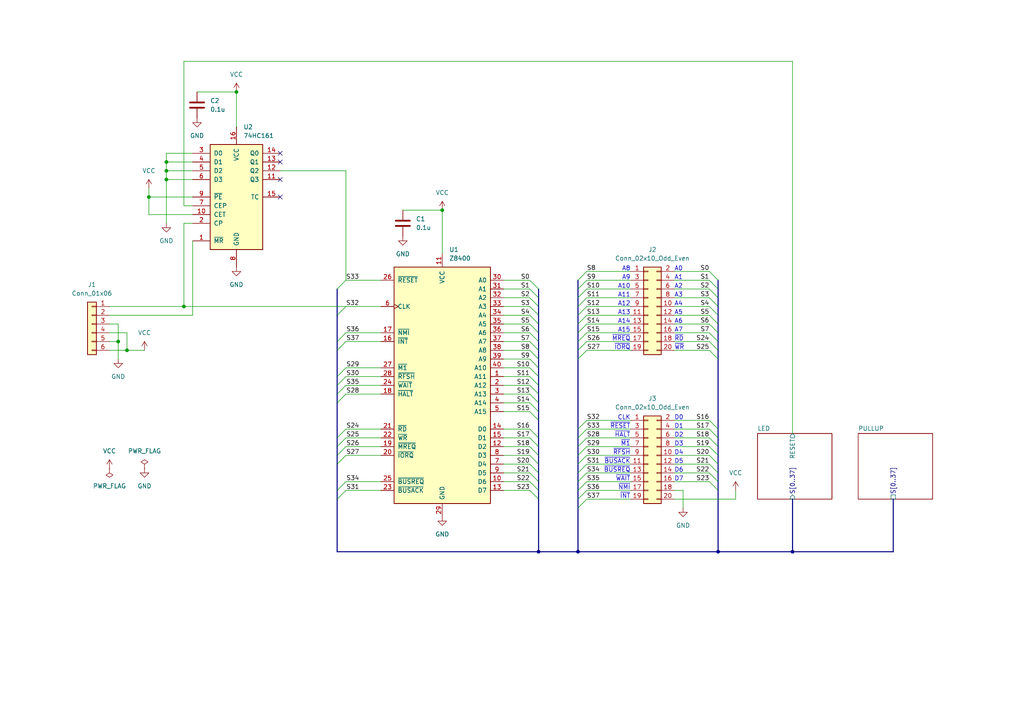
<source format=kicad_sch>
(kicad_sch (version 20211123) (generator eeschema)

  (uuid e63e39d7-6ac0-4ffd-8aa3-1841a4541b55)

  (paper "A4")

  (title_block
    (title "Main Board for Z80")
    (rev "v1.0")
  )

  (lib_symbols
    (symbol "74xx:74LS161" (pin_names (offset 1.016)) (in_bom yes) (on_board yes)
      (property "Reference" "U" (id 0) (at -7.62 16.51 0)
        (effects (font (size 1.27 1.27)))
      )
      (property "Value" "74LS161" (id 1) (at -7.62 -16.51 0)
        (effects (font (size 1.27 1.27)))
      )
      (property "Footprint" "" (id 2) (at 0 0 0)
        (effects (font (size 1.27 1.27)) hide)
      )
      (property "Datasheet" "http://www.ti.com/lit/gpn/sn74LS161" (id 3) (at 0 0 0)
        (effects (font (size 1.27 1.27)) hide)
      )
      (property "ki_locked" "" (id 4) (at 0 0 0)
        (effects (font (size 1.27 1.27)))
      )
      (property "ki_keywords" "TTL CNT CNT4" (id 5) (at 0 0 0)
        (effects (font (size 1.27 1.27)) hide)
      )
      (property "ki_description" "Synchronous 4-bit programmable binary Counter" (id 6) (at 0 0 0)
        (effects (font (size 1.27 1.27)) hide)
      )
      (property "ki_fp_filters" "DIP?16*" (id 7) (at 0 0 0)
        (effects (font (size 1.27 1.27)) hide)
      )
      (symbol "74LS161_1_0"
        (pin input line (at -12.7 -12.7 0) (length 5.08)
          (name "~{MR}" (effects (font (size 1.27 1.27))))
          (number "1" (effects (font (size 1.27 1.27))))
        )
        (pin input line (at -12.7 -5.08 0) (length 5.08)
          (name "CET" (effects (font (size 1.27 1.27))))
          (number "10" (effects (font (size 1.27 1.27))))
        )
        (pin output line (at 12.7 5.08 180) (length 5.08)
          (name "Q3" (effects (font (size 1.27 1.27))))
          (number "11" (effects (font (size 1.27 1.27))))
        )
        (pin output line (at 12.7 7.62 180) (length 5.08)
          (name "Q2" (effects (font (size 1.27 1.27))))
          (number "12" (effects (font (size 1.27 1.27))))
        )
        (pin output line (at 12.7 10.16 180) (length 5.08)
          (name "Q1" (effects (font (size 1.27 1.27))))
          (number "13" (effects (font (size 1.27 1.27))))
        )
        (pin output line (at 12.7 12.7 180) (length 5.08)
          (name "Q0" (effects (font (size 1.27 1.27))))
          (number "14" (effects (font (size 1.27 1.27))))
        )
        (pin output line (at 12.7 0 180) (length 5.08)
          (name "TC" (effects (font (size 1.27 1.27))))
          (number "15" (effects (font (size 1.27 1.27))))
        )
        (pin power_in line (at 0 20.32 270) (length 5.08)
          (name "VCC" (effects (font (size 1.27 1.27))))
          (number "16" (effects (font (size 1.27 1.27))))
        )
        (pin input line (at -12.7 -7.62 0) (length 5.08)
          (name "CP" (effects (font (size 1.27 1.27))))
          (number "2" (effects (font (size 1.27 1.27))))
        )
        (pin input line (at -12.7 12.7 0) (length 5.08)
          (name "D0" (effects (font (size 1.27 1.27))))
          (number "3" (effects (font (size 1.27 1.27))))
        )
        (pin input line (at -12.7 10.16 0) (length 5.08)
          (name "D1" (effects (font (size 1.27 1.27))))
          (number "4" (effects (font (size 1.27 1.27))))
        )
        (pin input line (at -12.7 7.62 0) (length 5.08)
          (name "D2" (effects (font (size 1.27 1.27))))
          (number "5" (effects (font (size 1.27 1.27))))
        )
        (pin input line (at -12.7 5.08 0) (length 5.08)
          (name "D3" (effects (font (size 1.27 1.27))))
          (number "6" (effects (font (size 1.27 1.27))))
        )
        (pin input line (at -12.7 -2.54 0) (length 5.08)
          (name "CEP" (effects (font (size 1.27 1.27))))
          (number "7" (effects (font (size 1.27 1.27))))
        )
        (pin power_in line (at 0 -20.32 90) (length 5.08)
          (name "GND" (effects (font (size 1.27 1.27))))
          (number "8" (effects (font (size 1.27 1.27))))
        )
        (pin input line (at -12.7 0 0) (length 5.08)
          (name "~{PE}" (effects (font (size 1.27 1.27))))
          (number "9" (effects (font (size 1.27 1.27))))
        )
      )
      (symbol "74LS161_1_1"
        (rectangle (start -7.62 15.24) (end 7.62 -15.24)
          (stroke (width 0.254) (type default) (color 0 0 0 0))
          (fill (type background))
        )
      )
    )
    (symbol "CPU:Z80CPU" (pin_names (offset 1.016)) (in_bom yes) (on_board yes)
      (property "Reference" "U?" (id 0) (at 2.0194 39.37 0)
        (effects (font (size 1.27 1.27)) (justify left))
      )
      (property "Value" "Z8400" (id 1) (at 2.0194 36.83 0)
        (effects (font (size 1.27 1.27)) (justify left))
      )
      (property "Footprint" "" (id 2) (at 0 10.16 0)
        (effects (font (size 1.27 1.27)) hide)
      )
      (property "Datasheet" "www.zilog.com/manage_directlink.php?filepath=docs/z80/um0080" (id 3) (at 0 10.16 0)
        (effects (font (size 1.27 1.27)) hide)
      )
      (property "ki_keywords" "Z80 CPU uP" (id 4) (at 0 0 0)
        (effects (font (size 1.27 1.27)) hide)
      )
      (property "ki_description" "8-bit General Purpose Microprocessor, DIP-40" (id 5) (at 0 0 0)
        (effects (font (size 1.27 1.27)) hide)
      )
      (property "ki_fp_filters" "DIP* PDIP*" (id 6) (at 0 0 0)
        (effects (font (size 1.27 1.27)) hide)
      )
      (symbol "Z80CPU_0_1"
        (rectangle (start -13.97 34.29) (end 13.97 -34.29)
          (stroke (width 0.254) (type default) (color 0 0 0 0))
          (fill (type background))
        )
      )
      (symbol "Z80CPU_1_1"
        (pin output line (at 17.78 2.54 180) (length 3.81)
          (name "A11" (effects (font (size 1.27 1.27))))
          (number "1" (effects (font (size 1.27 1.27))))
        )
        (pin bidirectional line (at 17.78 -27.94 180) (length 3.81)
          (name "D6" (effects (font (size 1.27 1.27))))
          (number "10" (effects (font (size 1.27 1.27))))
        )
        (pin power_in line (at 0 38.1 270) (length 3.81)
          (name "VCC" (effects (font (size 1.27 1.27))))
          (number "11" (effects (font (size 1.27 1.27))))
        )
        (pin bidirectional line (at 17.78 -17.78 180) (length 3.81)
          (name "D2" (effects (font (size 1.27 1.27))))
          (number "12" (effects (font (size 1.27 1.27))))
        )
        (pin bidirectional line (at 17.78 -30.48 180) (length 3.81)
          (name "D7" (effects (font (size 1.27 1.27))))
          (number "13" (effects (font (size 1.27 1.27))))
        )
        (pin bidirectional line (at 17.78 -12.7 180) (length 3.81)
          (name "D0" (effects (font (size 1.27 1.27))))
          (number "14" (effects (font (size 1.27 1.27))))
        )
        (pin bidirectional line (at 17.78 -15.24 180) (length 3.81)
          (name "D1" (effects (font (size 1.27 1.27))))
          (number "15" (effects (font (size 1.27 1.27))))
        )
        (pin input line (at -17.78 12.7 0) (length 3.81)
          (name "~{INT}" (effects (font (size 1.27 1.27))))
          (number "16" (effects (font (size 1.27 1.27))))
        )
        (pin input line (at -17.78 15.24 0) (length 3.81)
          (name "~{NMI}" (effects (font (size 1.27 1.27))))
          (number "17" (effects (font (size 1.27 1.27))))
        )
        (pin output line (at -17.78 -2.54 0) (length 3.81)
          (name "~{HALT}" (effects (font (size 1.27 1.27))))
          (number "18" (effects (font (size 1.27 1.27))))
        )
        (pin output line (at -17.78 -17.78 0) (length 3.81)
          (name "~{MREQ}" (effects (font (size 1.27 1.27))))
          (number "19" (effects (font (size 1.27 1.27))))
        )
        (pin output line (at 17.78 0 180) (length 3.81)
          (name "A12" (effects (font (size 1.27 1.27))))
          (number "2" (effects (font (size 1.27 1.27))))
        )
        (pin output line (at -17.78 -20.32 0) (length 3.81)
          (name "~{IORQ}" (effects (font (size 1.27 1.27))))
          (number "20" (effects (font (size 1.27 1.27))))
        )
        (pin output line (at -17.78 -12.7 0) (length 3.81)
          (name "~{RD}" (effects (font (size 1.27 1.27))))
          (number "21" (effects (font (size 1.27 1.27))))
        )
        (pin output line (at -17.78 -15.24 0) (length 3.81)
          (name "~{WR}" (effects (font (size 1.27 1.27))))
          (number "22" (effects (font (size 1.27 1.27))))
        )
        (pin output line (at -17.78 -30.48 0) (length 3.81)
          (name "~{BUSACK}" (effects (font (size 1.27 1.27))))
          (number "23" (effects (font (size 1.27 1.27))))
        )
        (pin input line (at -17.78 0 0) (length 3.81)
          (name "~{WAIT}" (effects (font (size 1.27 1.27))))
          (number "24" (effects (font (size 1.27 1.27))))
        )
        (pin input line (at -17.78 -27.94 0) (length 3.81)
          (name "~{BUSREQ}" (effects (font (size 1.27 1.27))))
          (number "25" (effects (font (size 1.27 1.27))))
        )
        (pin input line (at -17.78 30.48 0) (length 3.81)
          (name "~{RESET}" (effects (font (size 1.27 1.27))))
          (number "26" (effects (font (size 1.27 1.27))))
        )
        (pin output line (at -17.78 5.08 0) (length 3.81)
          (name "~{M1}" (effects (font (size 1.27 1.27))))
          (number "27" (effects (font (size 1.27 1.27))))
        )
        (pin output line (at -17.78 2.54 0) (length 3.81)
          (name "~{RFSH}" (effects (font (size 1.27 1.27))))
          (number "28" (effects (font (size 1.27 1.27))))
        )
        (pin power_in line (at 0 -38.1 90) (length 3.81)
          (name "GND" (effects (font (size 1.27 1.27))))
          (number "29" (effects (font (size 1.27 1.27))))
        )
        (pin output line (at 17.78 -2.54 180) (length 3.81)
          (name "A13" (effects (font (size 1.27 1.27))))
          (number "3" (effects (font (size 1.27 1.27))))
        )
        (pin output line (at 17.78 30.48 180) (length 3.81)
          (name "A0" (effects (font (size 1.27 1.27))))
          (number "30" (effects (font (size 1.27 1.27))))
        )
        (pin output line (at 17.78 27.94 180) (length 3.81)
          (name "A1" (effects (font (size 1.27 1.27))))
          (number "31" (effects (font (size 1.27 1.27))))
        )
        (pin output line (at 17.78 25.4 180) (length 3.81)
          (name "A2" (effects (font (size 1.27 1.27))))
          (number "32" (effects (font (size 1.27 1.27))))
        )
        (pin output line (at 17.78 22.86 180) (length 3.81)
          (name "A3" (effects (font (size 1.27 1.27))))
          (number "33" (effects (font (size 1.27 1.27))))
        )
        (pin output line (at 17.78 20.32 180) (length 3.81)
          (name "A4" (effects (font (size 1.27 1.27))))
          (number "34" (effects (font (size 1.27 1.27))))
        )
        (pin output line (at 17.78 17.78 180) (length 3.81)
          (name "A5" (effects (font (size 1.27 1.27))))
          (number "35" (effects (font (size 1.27 1.27))))
        )
        (pin output line (at 17.78 15.24 180) (length 3.81)
          (name "A6" (effects (font (size 1.27 1.27))))
          (number "36" (effects (font (size 1.27 1.27))))
        )
        (pin output line (at 17.78 12.7 180) (length 3.81)
          (name "A7" (effects (font (size 1.27 1.27))))
          (number "37" (effects (font (size 1.27 1.27))))
        )
        (pin output line (at 17.78 10.16 180) (length 3.81)
          (name "A8" (effects (font (size 1.27 1.27))))
          (number "38" (effects (font (size 1.27 1.27))))
        )
        (pin output line (at 17.78 7.62 180) (length 3.81)
          (name "A9" (effects (font (size 1.27 1.27))))
          (number "39" (effects (font (size 1.27 1.27))))
        )
        (pin output line (at 17.78 -5.08 180) (length 3.81)
          (name "A14" (effects (font (size 1.27 1.27))))
          (number "4" (effects (font (size 1.27 1.27))))
        )
        (pin output line (at 17.78 5.08 180) (length 3.81)
          (name "A10" (effects (font (size 1.27 1.27))))
          (number "40" (effects (font (size 1.27 1.27))))
        )
        (pin output line (at 17.78 -7.62 180) (length 3.81)
          (name "A15" (effects (font (size 1.27 1.27))))
          (number "5" (effects (font (size 1.27 1.27))))
        )
        (pin input clock (at -17.78 22.86 0) (length 3.81)
          (name "CLK" (effects (font (size 1.27 1.27))))
          (number "6" (effects (font (size 1.27 1.27))))
        )
        (pin bidirectional line (at 17.78 -22.86 180) (length 3.81)
          (name "D4" (effects (font (size 1.27 1.27))))
          (number "7" (effects (font (size 1.27 1.27))))
        )
        (pin bidirectional line (at 17.78 -20.32 180) (length 3.81)
          (name "D3" (effects (font (size 1.27 1.27))))
          (number "8" (effects (font (size 1.27 1.27))))
        )
        (pin bidirectional line (at 17.78 -25.4 180) (length 3.81)
          (name "D5" (effects (font (size 1.27 1.27))))
          (number "9" (effects (font (size 1.27 1.27))))
        )
      )
    )
    (symbol "Connector_Generic:Conn_01x06" (pin_names (offset 1.016) hide) (in_bom yes) (on_board yes)
      (property "Reference" "J" (id 0) (at 0 7.62 0)
        (effects (font (size 1.27 1.27)))
      )
      (property "Value" "Conn_01x06" (id 1) (at 0 -10.16 0)
        (effects (font (size 1.27 1.27)))
      )
      (property "Footprint" "" (id 2) (at 0 0 0)
        (effects (font (size 1.27 1.27)) hide)
      )
      (property "Datasheet" "~" (id 3) (at 0 0 0)
        (effects (font (size 1.27 1.27)) hide)
      )
      (property "ki_keywords" "connector" (id 4) (at 0 0 0)
        (effects (font (size 1.27 1.27)) hide)
      )
      (property "ki_description" "Generic connector, single row, 01x06, script generated (kicad-library-utils/schlib/autogen/connector/)" (id 5) (at 0 0 0)
        (effects (font (size 1.27 1.27)) hide)
      )
      (property "ki_fp_filters" "Connector*:*_1x??_*" (id 6) (at 0 0 0)
        (effects (font (size 1.27 1.27)) hide)
      )
      (symbol "Conn_01x06_1_1"
        (rectangle (start -1.27 -7.493) (end 0 -7.747)
          (stroke (width 0.1524) (type default) (color 0 0 0 0))
          (fill (type none))
        )
        (rectangle (start -1.27 -4.953) (end 0 -5.207)
          (stroke (width 0.1524) (type default) (color 0 0 0 0))
          (fill (type none))
        )
        (rectangle (start -1.27 -2.413) (end 0 -2.667)
          (stroke (width 0.1524) (type default) (color 0 0 0 0))
          (fill (type none))
        )
        (rectangle (start -1.27 0.127) (end 0 -0.127)
          (stroke (width 0.1524) (type default) (color 0 0 0 0))
          (fill (type none))
        )
        (rectangle (start -1.27 2.667) (end 0 2.413)
          (stroke (width 0.1524) (type default) (color 0 0 0 0))
          (fill (type none))
        )
        (rectangle (start -1.27 5.207) (end 0 4.953)
          (stroke (width 0.1524) (type default) (color 0 0 0 0))
          (fill (type none))
        )
        (rectangle (start -1.27 6.35) (end 1.27 -8.89)
          (stroke (width 0.254) (type default) (color 0 0 0 0))
          (fill (type background))
        )
        (pin passive line (at -5.08 5.08 0) (length 3.81)
          (name "Pin_1" (effects (font (size 1.27 1.27))))
          (number "1" (effects (font (size 1.27 1.27))))
        )
        (pin passive line (at -5.08 2.54 0) (length 3.81)
          (name "Pin_2" (effects (font (size 1.27 1.27))))
          (number "2" (effects (font (size 1.27 1.27))))
        )
        (pin passive line (at -5.08 0 0) (length 3.81)
          (name "Pin_3" (effects (font (size 1.27 1.27))))
          (number "3" (effects (font (size 1.27 1.27))))
        )
        (pin passive line (at -5.08 -2.54 0) (length 3.81)
          (name "Pin_4" (effects (font (size 1.27 1.27))))
          (number "4" (effects (font (size 1.27 1.27))))
        )
        (pin passive line (at -5.08 -5.08 0) (length 3.81)
          (name "Pin_5" (effects (font (size 1.27 1.27))))
          (number "5" (effects (font (size 1.27 1.27))))
        )
        (pin passive line (at -5.08 -7.62 0) (length 3.81)
          (name "Pin_6" (effects (font (size 1.27 1.27))))
          (number "6" (effects (font (size 1.27 1.27))))
        )
      )
    )
    (symbol "Connector_Generic:Conn_02x10_Odd_Even" (pin_names (offset 1.016) hide) (in_bom yes) (on_board yes)
      (property "Reference" "J" (id 0) (at 1.27 12.7 0)
        (effects (font (size 1.27 1.27)))
      )
      (property "Value" "Conn_02x10_Odd_Even" (id 1) (at 1.27 -15.24 0)
        (effects (font (size 1.27 1.27)))
      )
      (property "Footprint" "" (id 2) (at 0 0 0)
        (effects (font (size 1.27 1.27)) hide)
      )
      (property "Datasheet" "~" (id 3) (at 0 0 0)
        (effects (font (size 1.27 1.27)) hide)
      )
      (property "ki_keywords" "connector" (id 4) (at 0 0 0)
        (effects (font (size 1.27 1.27)) hide)
      )
      (property "ki_description" "Generic connector, double row, 02x10, odd/even pin numbering scheme (row 1 odd numbers, row 2 even numbers), script generated (kicad-library-utils/schlib/autogen/connector/)" (id 5) (at 0 0 0)
        (effects (font (size 1.27 1.27)) hide)
      )
      (property "ki_fp_filters" "Connector*:*_2x??_*" (id 6) (at 0 0 0)
        (effects (font (size 1.27 1.27)) hide)
      )
      (symbol "Conn_02x10_Odd_Even_1_1"
        (rectangle (start -1.27 -12.573) (end 0 -12.827)
          (stroke (width 0.1524) (type default) (color 0 0 0 0))
          (fill (type none))
        )
        (rectangle (start -1.27 -10.033) (end 0 -10.287)
          (stroke (width 0.1524) (type default) (color 0 0 0 0))
          (fill (type none))
        )
        (rectangle (start -1.27 -7.493) (end 0 -7.747)
          (stroke (width 0.1524) (type default) (color 0 0 0 0))
          (fill (type none))
        )
        (rectangle (start -1.27 -4.953) (end 0 -5.207)
          (stroke (width 0.1524) (type default) (color 0 0 0 0))
          (fill (type none))
        )
        (rectangle (start -1.27 -2.413) (end 0 -2.667)
          (stroke (width 0.1524) (type default) (color 0 0 0 0))
          (fill (type none))
        )
        (rectangle (start -1.27 0.127) (end 0 -0.127)
          (stroke (width 0.1524) (type default) (color 0 0 0 0))
          (fill (type none))
        )
        (rectangle (start -1.27 2.667) (end 0 2.413)
          (stroke (width 0.1524) (type default) (color 0 0 0 0))
          (fill (type none))
        )
        (rectangle (start -1.27 5.207) (end 0 4.953)
          (stroke (width 0.1524) (type default) (color 0 0 0 0))
          (fill (type none))
        )
        (rectangle (start -1.27 7.747) (end 0 7.493)
          (stroke (width 0.1524) (type default) (color 0 0 0 0))
          (fill (type none))
        )
        (rectangle (start -1.27 10.287) (end 0 10.033)
          (stroke (width 0.1524) (type default) (color 0 0 0 0))
          (fill (type none))
        )
        (rectangle (start -1.27 11.43) (end 3.81 -13.97)
          (stroke (width 0.254) (type default) (color 0 0 0 0))
          (fill (type background))
        )
        (rectangle (start 3.81 -12.573) (end 2.54 -12.827)
          (stroke (width 0.1524) (type default) (color 0 0 0 0))
          (fill (type none))
        )
        (rectangle (start 3.81 -10.033) (end 2.54 -10.287)
          (stroke (width 0.1524) (type default) (color 0 0 0 0))
          (fill (type none))
        )
        (rectangle (start 3.81 -7.493) (end 2.54 -7.747)
          (stroke (width 0.1524) (type default) (color 0 0 0 0))
          (fill (type none))
        )
        (rectangle (start 3.81 -4.953) (end 2.54 -5.207)
          (stroke (width 0.1524) (type default) (color 0 0 0 0))
          (fill (type none))
        )
        (rectangle (start 3.81 -2.413) (end 2.54 -2.667)
          (stroke (width 0.1524) (type default) (color 0 0 0 0))
          (fill (type none))
        )
        (rectangle (start 3.81 0.127) (end 2.54 -0.127)
          (stroke (width 0.1524) (type default) (color 0 0 0 0))
          (fill (type none))
        )
        (rectangle (start 3.81 2.667) (end 2.54 2.413)
          (stroke (width 0.1524) (type default) (color 0 0 0 0))
          (fill (type none))
        )
        (rectangle (start 3.81 5.207) (end 2.54 4.953)
          (stroke (width 0.1524) (type default) (color 0 0 0 0))
          (fill (type none))
        )
        (rectangle (start 3.81 7.747) (end 2.54 7.493)
          (stroke (width 0.1524) (type default) (color 0 0 0 0))
          (fill (type none))
        )
        (rectangle (start 3.81 10.287) (end 2.54 10.033)
          (stroke (width 0.1524) (type default) (color 0 0 0 0))
          (fill (type none))
        )
        (pin passive line (at -5.08 10.16 0) (length 3.81)
          (name "Pin_1" (effects (font (size 1.27 1.27))))
          (number "1" (effects (font (size 1.27 1.27))))
        )
        (pin passive line (at 7.62 0 180) (length 3.81)
          (name "Pin_10" (effects (font (size 1.27 1.27))))
          (number "10" (effects (font (size 1.27 1.27))))
        )
        (pin passive line (at -5.08 -2.54 0) (length 3.81)
          (name "Pin_11" (effects (font (size 1.27 1.27))))
          (number "11" (effects (font (size 1.27 1.27))))
        )
        (pin passive line (at 7.62 -2.54 180) (length 3.81)
          (name "Pin_12" (effects (font (size 1.27 1.27))))
          (number "12" (effects (font (size 1.27 1.27))))
        )
        (pin passive line (at -5.08 -5.08 0) (length 3.81)
          (name "Pin_13" (effects (font (size 1.27 1.27))))
          (number "13" (effects (font (size 1.27 1.27))))
        )
        (pin passive line (at 7.62 -5.08 180) (length 3.81)
          (name "Pin_14" (effects (font (size 1.27 1.27))))
          (number "14" (effects (font (size 1.27 1.27))))
        )
        (pin passive line (at -5.08 -7.62 0) (length 3.81)
          (name "Pin_15" (effects (font (size 1.27 1.27))))
          (number "15" (effects (font (size 1.27 1.27))))
        )
        (pin passive line (at 7.62 -7.62 180) (length 3.81)
          (name "Pin_16" (effects (font (size 1.27 1.27))))
          (number "16" (effects (font (size 1.27 1.27))))
        )
        (pin passive line (at -5.08 -10.16 0) (length 3.81)
          (name "Pin_17" (effects (font (size 1.27 1.27))))
          (number "17" (effects (font (size 1.27 1.27))))
        )
        (pin passive line (at 7.62 -10.16 180) (length 3.81)
          (name "Pin_18" (effects (font (size 1.27 1.27))))
          (number "18" (effects (font (size 1.27 1.27))))
        )
        (pin passive line (at -5.08 -12.7 0) (length 3.81)
          (name "Pin_19" (effects (font (size 1.27 1.27))))
          (number "19" (effects (font (size 1.27 1.27))))
        )
        (pin passive line (at 7.62 10.16 180) (length 3.81)
          (name "Pin_2" (effects (font (size 1.27 1.27))))
          (number "2" (effects (font (size 1.27 1.27))))
        )
        (pin passive line (at 7.62 -12.7 180) (length 3.81)
          (name "Pin_20" (effects (font (size 1.27 1.27))))
          (number "20" (effects (font (size 1.27 1.27))))
        )
        (pin passive line (at -5.08 7.62 0) (length 3.81)
          (name "Pin_3" (effects (font (size 1.27 1.27))))
          (number "3" (effects (font (size 1.27 1.27))))
        )
        (pin passive line (at 7.62 7.62 180) (length 3.81)
          (name "Pin_4" (effects (font (size 1.27 1.27))))
          (number "4" (effects (font (size 1.27 1.27))))
        )
        (pin passive line (at -5.08 5.08 0) (length 3.81)
          (name "Pin_5" (effects (font (size 1.27 1.27))))
          (number "5" (effects (font (size 1.27 1.27))))
        )
        (pin passive line (at 7.62 5.08 180) (length 3.81)
          (name "Pin_6" (effects (font (size 1.27 1.27))))
          (number "6" (effects (font (size 1.27 1.27))))
        )
        (pin passive line (at -5.08 2.54 0) (length 3.81)
          (name "Pin_7" (effects (font (size 1.27 1.27))))
          (number "7" (effects (font (size 1.27 1.27))))
        )
        (pin passive line (at 7.62 2.54 180) (length 3.81)
          (name "Pin_8" (effects (font (size 1.27 1.27))))
          (number "8" (effects (font (size 1.27 1.27))))
        )
        (pin passive line (at -5.08 0 0) (length 3.81)
          (name "Pin_9" (effects (font (size 1.27 1.27))))
          (number "9" (effects (font (size 1.27 1.27))))
        )
      )
    )
    (symbol "Device:C" (pin_numbers hide) (pin_names (offset 0.254)) (in_bom yes) (on_board yes)
      (property "Reference" "C" (id 0) (at 0.635 2.54 0)
        (effects (font (size 1.27 1.27)) (justify left))
      )
      (property "Value" "C" (id 1) (at 0.635 -2.54 0)
        (effects (font (size 1.27 1.27)) (justify left))
      )
      (property "Footprint" "" (id 2) (at 0.9652 -3.81 0)
        (effects (font (size 1.27 1.27)) hide)
      )
      (property "Datasheet" "~" (id 3) (at 0 0 0)
        (effects (font (size 1.27 1.27)) hide)
      )
      (property "ki_keywords" "cap capacitor" (id 4) (at 0 0 0)
        (effects (font (size 1.27 1.27)) hide)
      )
      (property "ki_description" "Unpolarized capacitor" (id 5) (at 0 0 0)
        (effects (font (size 1.27 1.27)) hide)
      )
      (property "ki_fp_filters" "C_*" (id 6) (at 0 0 0)
        (effects (font (size 1.27 1.27)) hide)
      )
      (symbol "C_0_1"
        (polyline
          (pts
            (xy -2.032 -0.762)
            (xy 2.032 -0.762)
          )
          (stroke (width 0.508) (type default) (color 0 0 0 0))
          (fill (type none))
        )
        (polyline
          (pts
            (xy -2.032 0.762)
            (xy 2.032 0.762)
          )
          (stroke (width 0.508) (type default) (color 0 0 0 0))
          (fill (type none))
        )
      )
      (symbol "C_1_1"
        (pin passive line (at 0 3.81 270) (length 2.794)
          (name "~" (effects (font (size 1.27 1.27))))
          (number "1" (effects (font (size 1.27 1.27))))
        )
        (pin passive line (at 0 -3.81 90) (length 2.794)
          (name "~" (effects (font (size 1.27 1.27))))
          (number "2" (effects (font (size 1.27 1.27))))
        )
      )
    )
    (symbol "power:GND" (power) (pin_names (offset 0)) (in_bom yes) (on_board yes)
      (property "Reference" "#PWR" (id 0) (at 0 -6.35 0)
        (effects (font (size 1.27 1.27)) hide)
      )
      (property "Value" "GND" (id 1) (at 0 -3.81 0)
        (effects (font (size 1.27 1.27)))
      )
      (property "Footprint" "" (id 2) (at 0 0 0)
        (effects (font (size 1.27 1.27)) hide)
      )
      (property "Datasheet" "" (id 3) (at 0 0 0)
        (effects (font (size 1.27 1.27)) hide)
      )
      (property "ki_keywords" "power-flag" (id 4) (at 0 0 0)
        (effects (font (size 1.27 1.27)) hide)
      )
      (property "ki_description" "Power symbol creates a global label with name \"GND\" , ground" (id 5) (at 0 0 0)
        (effects (font (size 1.27 1.27)) hide)
      )
      (symbol "GND_0_1"
        (polyline
          (pts
            (xy 0 0)
            (xy 0 -1.27)
            (xy 1.27 -1.27)
            (xy 0 -2.54)
            (xy -1.27 -1.27)
            (xy 0 -1.27)
          )
          (stroke (width 0) (type default) (color 0 0 0 0))
          (fill (type none))
        )
      )
      (symbol "GND_1_1"
        (pin power_in line (at 0 0 270) (length 0) hide
          (name "GND" (effects (font (size 1.27 1.27))))
          (number "1" (effects (font (size 1.27 1.27))))
        )
      )
    )
    (symbol "power:PWR_FLAG" (power) (pin_numbers hide) (pin_names (offset 0) hide) (in_bom yes) (on_board yes)
      (property "Reference" "#FLG" (id 0) (at 0 1.905 0)
        (effects (font (size 1.27 1.27)) hide)
      )
      (property "Value" "PWR_FLAG" (id 1) (at 0 3.81 0)
        (effects (font (size 1.27 1.27)))
      )
      (property "Footprint" "" (id 2) (at 0 0 0)
        (effects (font (size 1.27 1.27)) hide)
      )
      (property "Datasheet" "~" (id 3) (at 0 0 0)
        (effects (font (size 1.27 1.27)) hide)
      )
      (property "ki_keywords" "power-flag" (id 4) (at 0 0 0)
        (effects (font (size 1.27 1.27)) hide)
      )
      (property "ki_description" "Special symbol for telling ERC where power comes from" (id 5) (at 0 0 0)
        (effects (font (size 1.27 1.27)) hide)
      )
      (symbol "PWR_FLAG_0_0"
        (pin power_out line (at 0 0 90) (length 0)
          (name "pwr" (effects (font (size 1.27 1.27))))
          (number "1" (effects (font (size 1.27 1.27))))
        )
      )
      (symbol "PWR_FLAG_0_1"
        (polyline
          (pts
            (xy 0 0)
            (xy 0 1.27)
            (xy -1.016 1.905)
            (xy 0 2.54)
            (xy 1.016 1.905)
            (xy 0 1.27)
          )
          (stroke (width 0) (type default) (color 0 0 0 0))
          (fill (type none))
        )
      )
    )
    (symbol "power:VCC" (power) (pin_names (offset 0)) (in_bom yes) (on_board yes)
      (property "Reference" "#PWR" (id 0) (at 0 -3.81 0)
        (effects (font (size 1.27 1.27)) hide)
      )
      (property "Value" "VCC" (id 1) (at 0 3.81 0)
        (effects (font (size 1.27 1.27)))
      )
      (property "Footprint" "" (id 2) (at 0 0 0)
        (effects (font (size 1.27 1.27)) hide)
      )
      (property "Datasheet" "" (id 3) (at 0 0 0)
        (effects (font (size 1.27 1.27)) hide)
      )
      (property "ki_keywords" "power-flag" (id 4) (at 0 0 0)
        (effects (font (size 1.27 1.27)) hide)
      )
      (property "ki_description" "Power symbol creates a global label with name \"VCC\"" (id 5) (at 0 0 0)
        (effects (font (size 1.27 1.27)) hide)
      )
      (symbol "VCC_0_1"
        (polyline
          (pts
            (xy -0.762 1.27)
            (xy 0 2.54)
          )
          (stroke (width 0) (type default) (color 0 0 0 0))
          (fill (type none))
        )
        (polyline
          (pts
            (xy 0 0)
            (xy 0 2.54)
          )
          (stroke (width 0) (type default) (color 0 0 0 0))
          (fill (type none))
        )
        (polyline
          (pts
            (xy 0 2.54)
            (xy 0.762 1.27)
          )
          (stroke (width 0) (type default) (color 0 0 0 0))
          (fill (type none))
        )
      )
      (symbol "VCC_1_1"
        (pin power_in line (at 0 0 90) (length 0) hide
          (name "VCC" (effects (font (size 1.27 1.27))))
          (number "1" (effects (font (size 1.27 1.27))))
        )
      )
    )
  )

  (junction (at 53.34 88.9) (diameter 0) (color 0 0 0 0)
    (uuid 0a913d4b-278f-4a75-8f1a-63a579a00bb7)
  )
  (junction (at 128.27 60.96) (diameter 0) (color 0 0 0 0)
    (uuid 177e577f-8a31-4619-9022-a86241597690)
  )
  (junction (at 43.18 57.15) (diameter 0) (color 0 0 0 0)
    (uuid 1b06a7ee-7170-4613-bcdd-018bc6dba970)
  )
  (junction (at 48.26 52.07) (diameter 0) (color 0 0 0 0)
    (uuid 2f088a70-033c-4737-909e-5a016b550737)
  )
  (junction (at 48.26 49.53) (diameter 0) (color 0 0 0 0)
    (uuid 44a49de2-0409-438b-afd0-85fcc337db79)
  )
  (junction (at 68.58 26.67) (diameter 0) (color 0 0 0 0)
    (uuid 66344d8e-acc9-46fd-b5a4-04485b32732e)
  )
  (junction (at 167.64 160.02) (diameter 0) (color 0 0 0 0)
    (uuid 693487ef-b9bc-4039-b149-2229ba33cc66)
  )
  (junction (at 208.28 160.02) (diameter 0) (color 0 0 0 0)
    (uuid 81d5838b-a431-413c-bfb6-ac203318b82b)
  )
  (junction (at 34.29 99.06) (diameter 0) (color 0 0 0 0)
    (uuid a39156ff-0b51-45ff-805c-02700b3a256a)
  )
  (junction (at 36.83 101.6) (diameter 0) (color 0 0 0 0)
    (uuid a6fac4e1-6482-45c0-98a7-32111270f8e0)
  )
  (junction (at 229.87 160.02) (diameter 0) (color 0 0 0 0)
    (uuid bbbe27a4-149f-4ef4-b840-83ccab56d3dc)
  )
  (junction (at 156.21 160.02) (diameter 0) (color 0 0 0 0)
    (uuid bf72bc25-ff07-4355-8eb4-10646125af6d)
  )
  (junction (at 48.26 46.99) (diameter 0) (color 0 0 0 0)
    (uuid ebabd948-7692-422d-8ee2-f3aae4e83760)
  )

  (no_connect (at 81.28 44.45) (uuid c2ad7646-8abe-41af-a767-b416a6bcf958))
  (no_connect (at 81.28 52.07) (uuid c2ad7646-8abe-41af-a767-b416a6bcf959))
  (no_connect (at 81.28 46.99) (uuid c2ad7646-8abe-41af-a767-b416a6bcf95a))
  (no_connect (at 81.28 57.15) (uuid c2ad7646-8abe-41af-a767-b416a6bcf95b))

  (bus_entry (at 205.74 137.16) (size 2.54 2.54)
    (stroke (width 0) (type default) (color 0 0 0 0))
    (uuid 06f92978-ef66-46b2-873c-de78d6b7e199)
  )
  (bus_entry (at 153.67 91.44) (size 2.54 2.54)
    (stroke (width 0) (type default) (color 0 0 0 0))
    (uuid 072e618c-d54c-4bde-a915-f281f6749585)
  )
  (bus_entry (at 153.67 134.62) (size 2.54 2.54)
    (stroke (width 0) (type default) (color 0 0 0 0))
    (uuid 0799d54e-8daf-47ba-9270-764393ad0fa7)
  )
  (bus_entry (at 153.67 96.52) (size 2.54 2.54)
    (stroke (width 0) (type default) (color 0 0 0 0))
    (uuid 0e09b669-66d0-4ec2-988c-fd002bb8bd14)
  )
  (bus_entry (at 205.74 78.74) (size 2.54 2.54)
    (stroke (width 0) (type default) (color 0 0 0 0))
    (uuid 0fe90ec3-3b19-4941-a256-97e3d5123156)
  )
  (bus_entry (at 100.33 81.28) (size -2.54 2.54)
    (stroke (width 0) (type default) (color 0 0 0 0))
    (uuid 12c30cb3-102e-4571-8fff-4d01e9ce650a)
  )
  (bus_entry (at 167.64 91.44) (size 2.54 -2.54)
    (stroke (width 0) (type default) (color 0 0 0 0))
    (uuid 1dce32ff-417e-4fcf-862b-3dde0804d352)
  )
  (bus_entry (at 167.64 88.9) (size 2.54 -2.54)
    (stroke (width 0) (type default) (color 0 0 0 0))
    (uuid 1dce32ff-417e-4fcf-862b-3dde0804d353)
  )
  (bus_entry (at 167.64 96.52) (size 2.54 -2.54)
    (stroke (width 0) (type default) (color 0 0 0 0))
    (uuid 1dce32ff-417e-4fcf-862b-3dde0804d354)
  )
  (bus_entry (at 167.64 99.06) (size 2.54 -2.54)
    (stroke (width 0) (type default) (color 0 0 0 0))
    (uuid 1dce32ff-417e-4fcf-862b-3dde0804d355)
  )
  (bus_entry (at 167.64 104.14) (size 2.54 -2.54)
    (stroke (width 0) (type default) (color 0 0 0 0))
    (uuid 1dce32ff-417e-4fcf-862b-3dde0804d356)
  )
  (bus_entry (at 167.64 101.6) (size 2.54 -2.54)
    (stroke (width 0) (type default) (color 0 0 0 0))
    (uuid 1dce32ff-417e-4fcf-862b-3dde0804d357)
  )
  (bus_entry (at 167.64 83.82) (size 2.54 -2.54)
    (stroke (width 0) (type default) (color 0 0 0 0))
    (uuid 1dce32ff-417e-4fcf-862b-3dde0804d358)
  )
  (bus_entry (at 167.64 81.28) (size 2.54 -2.54)
    (stroke (width 0) (type default) (color 0 0 0 0))
    (uuid 1dce32ff-417e-4fcf-862b-3dde0804d359)
  )
  (bus_entry (at 167.64 93.98) (size 2.54 -2.54)
    (stroke (width 0) (type default) (color 0 0 0 0))
    (uuid 1dce32ff-417e-4fcf-862b-3dde0804d35a)
  )
  (bus_entry (at 167.64 86.36) (size 2.54 -2.54)
    (stroke (width 0) (type default) (color 0 0 0 0))
    (uuid 1dce32ff-417e-4fcf-862b-3dde0804d35b)
  )
  (bus_entry (at 167.64 144.78) (size 2.54 -2.54)
    (stroke (width 0) (type default) (color 0 0 0 0))
    (uuid 28914d3a-31e1-47eb-ae44-fef12e4b5ef6)
  )
  (bus_entry (at 205.74 81.28) (size 2.54 2.54)
    (stroke (width 0) (type default) (color 0 0 0 0))
    (uuid 36290033-9e99-4403-9950-075edef46075)
  )
  (bus_entry (at 100.33 96.52) (size -2.54 2.54)
    (stroke (width 0) (type default) (color 0 0 0 0))
    (uuid 379f3456-953d-4426-ae2a-654e100f0bde)
  )
  (bus_entry (at 100.33 142.24) (size -2.54 2.54)
    (stroke (width 0) (type default) (color 0 0 0 0))
    (uuid 394ddb2a-0924-403e-b97f-c1ca9a02830c)
  )
  (bus_entry (at 205.74 121.92) (size 2.54 2.54)
    (stroke (width 0) (type default) (color 0 0 0 0))
    (uuid 39f3cfb9-a16e-4e9d-8f38-6006bded0d17)
  )
  (bus_entry (at 205.74 101.6) (size 2.54 2.54)
    (stroke (width 0) (type default) (color 0 0 0 0))
    (uuid 3be33b59-bc46-4628-96c0-0204b44d9046)
  )
  (bus_entry (at 100.33 88.9) (size -2.54 2.54)
    (stroke (width 0) (type default) (color 0 0 0 0))
    (uuid 4578d123-ff6c-493f-b4c5-0442dd99be0f)
  )
  (bus_entry (at 153.67 93.98) (size 2.54 2.54)
    (stroke (width 0) (type default) (color 0 0 0 0))
    (uuid 47c17bcb-f88c-4ab0-9d50-86c3ce5077b8)
  )
  (bus_entry (at 153.67 127) (size 2.54 2.54)
    (stroke (width 0) (type default) (color 0 0 0 0))
    (uuid 4c2032a5-5a60-41b8-8843-37d1f2005a23)
  )
  (bus_entry (at 153.67 137.16) (size 2.54 2.54)
    (stroke (width 0) (type default) (color 0 0 0 0))
    (uuid 4cbcb3cd-4bd0-4b70-8c9b-b4824b26c523)
  )
  (bus_entry (at 205.74 134.62) (size 2.54 2.54)
    (stroke (width 0) (type default) (color 0 0 0 0))
    (uuid 4d6d5144-457a-418f-be30-840346b675ef)
  )
  (bus_entry (at 170.18 127) (size -2.54 2.54)
    (stroke (width 0) (type default) (color 0 0 0 0))
    (uuid 5192a0ba-58c8-4c07-9378-13f7d7d819bf)
  )
  (bus_entry (at 153.67 111.76) (size 2.54 2.54)
    (stroke (width 0) (type default) (color 0 0 0 0))
    (uuid 55e6e3ee-365c-4d55-9b96-cb4564d7b4bd)
  )
  (bus_entry (at 100.33 106.68) (size -2.54 2.54)
    (stroke (width 0) (type default) (color 0 0 0 0))
    (uuid 57c38cf1-e148-4270-8353-31fc330f0182)
  )
  (bus_entry (at 205.74 83.82) (size 2.54 2.54)
    (stroke (width 0) (type default) (color 0 0 0 0))
    (uuid 61289799-c156-48f2-9fbf-ecb6dd8df4c5)
  )
  (bus_entry (at 153.67 81.28) (size 2.54 2.54)
    (stroke (width 0) (type default) (color 0 0 0 0))
    (uuid 65ab77a5-a8bf-48f5-8810-d2eb558ee977)
  )
  (bus_entry (at 153.67 119.38) (size 2.54 2.54)
    (stroke (width 0) (type default) (color 0 0 0 0))
    (uuid 66a40a5e-cbde-4dae-860d-ac45c80697c0)
  )
  (bus_entry (at 170.18 134.62) (size -2.54 2.54)
    (stroke (width 0) (type default) (color 0 0 0 0))
    (uuid 66e7cf88-6c2b-41a1-8b01-6b33b6fb82ae)
  )
  (bus_entry (at 153.67 124.46) (size 2.54 2.54)
    (stroke (width 0) (type default) (color 0 0 0 0))
    (uuid 6c0693de-93c3-4ee7-aef8-8b5bb01bb596)
  )
  (bus_entry (at 170.18 124.46) (size -2.54 2.54)
    (stroke (width 0) (type default) (color 0 0 0 0))
    (uuid 6d9238ec-89e1-4c6d-8bf6-b94f6be42007)
  )
  (bus_entry (at 153.67 109.22) (size 2.54 2.54)
    (stroke (width 0) (type default) (color 0 0 0 0))
    (uuid 7780bb36-9a1f-4af0-9e1b-46f6d1421302)
  )
  (bus_entry (at 205.74 139.7) (size 2.54 2.54)
    (stroke (width 0) (type default) (color 0 0 0 0))
    (uuid 7b41dc93-9ce5-4bd2-8979-d07bf31dcaac)
  )
  (bus_entry (at 205.74 99.06) (size 2.54 2.54)
    (stroke (width 0) (type default) (color 0 0 0 0))
    (uuid 7b43edad-4f79-4374-b4ed-1b74cd21d190)
  )
  (bus_entry (at 153.67 99.06) (size 2.54 2.54)
    (stroke (width 0) (type default) (color 0 0 0 0))
    (uuid 7dae11de-6904-4a4b-a676-4f16c513514f)
  )
  (bus_entry (at 153.67 86.36) (size 2.54 2.54)
    (stroke (width 0) (type default) (color 0 0 0 0))
    (uuid 8a6d051b-ecfe-46fe-b719-21c86792ea5d)
  )
  (bus_entry (at 153.67 114.3) (size 2.54 2.54)
    (stroke (width 0) (type default) (color 0 0 0 0))
    (uuid 8cd744b7-2062-456b-820f-68b18f417717)
  )
  (bus_entry (at 205.74 96.52) (size 2.54 2.54)
    (stroke (width 0) (type default) (color 0 0 0 0))
    (uuid 9991b3af-2764-4922-8e48-08f5b5428812)
  )
  (bus_entry (at 153.67 104.14) (size 2.54 2.54)
    (stroke (width 0) (type default) (color 0 0 0 0))
    (uuid 9c4eef14-1576-4db8-97a0-f0552e2175f0)
  )
  (bus_entry (at 153.67 88.9) (size 2.54 2.54)
    (stroke (width 0) (type default) (color 0 0 0 0))
    (uuid a629d255-ed9b-4885-b1e7-9651367cd1b1)
  )
  (bus_entry (at 170.18 137.16) (size -2.54 2.54)
    (stroke (width 0) (type default) (color 0 0 0 0))
    (uuid ab7a2e6e-dec2-4343-a831-18f04d5f8af7)
  )
  (bus_entry (at 153.67 101.6) (size 2.54 2.54)
    (stroke (width 0) (type default) (color 0 0 0 0))
    (uuid abd6e9a3-fd57-4112-889c-313680f50cd3)
  )
  (bus_entry (at 205.74 86.36) (size 2.54 2.54)
    (stroke (width 0) (type default) (color 0 0 0 0))
    (uuid ac56b332-b38a-4799-9b06-cbb8f2747fe9)
  )
  (bus_entry (at 205.74 127) (size 2.54 2.54)
    (stroke (width 0) (type default) (color 0 0 0 0))
    (uuid b45e9600-e9cf-4153-905e-99b2ada835fc)
  )
  (bus_entry (at 170.18 132.08) (size -2.54 2.54)
    (stroke (width 0) (type default) (color 0 0 0 0))
    (uuid ba04ce9c-8c48-4da9-a63b-2d898669970d)
  )
  (bus_entry (at 205.74 88.9) (size 2.54 2.54)
    (stroke (width 0) (type default) (color 0 0 0 0))
    (uuid ba0e970b-0a67-4d06-ac4f-a610ec283d94)
  )
  (bus_entry (at 100.33 139.7) (size -2.54 2.54)
    (stroke (width 0) (type default) (color 0 0 0 0))
    (uuid ba903444-d893-401b-a897-20219f0fe1e0)
  )
  (bus_entry (at 205.74 91.44) (size 2.54 2.54)
    (stroke (width 0) (type default) (color 0 0 0 0))
    (uuid c06d9c2c-9081-445f-a674-c8de8d961bf7)
  )
  (bus_entry (at 205.74 93.98) (size 2.54 2.54)
    (stroke (width 0) (type default) (color 0 0 0 0))
    (uuid d2001b76-0851-4d40-b24c-a83c562ebea7)
  )
  (bus_entry (at 100.33 114.3) (size -2.54 2.54)
    (stroke (width 0) (type default) (color 0 0 0 0))
    (uuid d49545b3-eed0-4388-a878-59211fa86400)
  )
  (bus_entry (at 205.74 124.46) (size 2.54 2.54)
    (stroke (width 0) (type default) (color 0 0 0 0))
    (uuid daf46f23-f021-424d-a15e-c317f81c130f)
  )
  (bus_entry (at 170.18 144.78) (size -2.54 2.54)
    (stroke (width 0) (type default) (color 0 0 0 0))
    (uuid db3d14e8-7f8e-4a02-bbcd-e5e7ff025a16)
  )
  (bus_entry (at 170.18 129.54) (size -2.54 2.54)
    (stroke (width 0) (type default) (color 0 0 0 0))
    (uuid dde4b8f6-e446-496a-aa03-714bd6a6815e)
  )
  (bus_entry (at 153.67 83.82) (size 2.54 2.54)
    (stroke (width 0) (type default) (color 0 0 0 0))
    (uuid e0e2f6ef-bebb-4a8c-985b-56bd183b0228)
  )
  (bus_entry (at 205.74 129.54) (size 2.54 2.54)
    (stroke (width 0) (type default) (color 0 0 0 0))
    (uuid e2f3e83d-3d9b-484f-a2ec-b7f108ebf7d2)
  )
  (bus_entry (at 100.33 111.76) (size -2.54 2.54)
    (stroke (width 0) (type default) (color 0 0 0 0))
    (uuid e3486715-5a83-4f6b-afee-0b7ea454eafa)
  )
  (bus_entry (at 153.67 142.24) (size 2.54 2.54)
    (stroke (width 0) (type default) (color 0 0 0 0))
    (uuid e4cce8ae-bdda-42f8-a1af-62abf9870c92)
  )
  (bus_entry (at 170.18 139.7) (size -2.54 2.54)
    (stroke (width 0) (type default) (color 0 0 0 0))
    (uuid e694cb42-2c21-4163-8ab4-401e78de171a)
  )
  (bus_entry (at 97.79 132.08) (size 2.54 -2.54)
    (stroke (width 0) (type default) (color 0 0 0 0))
    (uuid e7aa76e3-eb53-4356-bc4b-f8d0fe131868)
  )
  (bus_entry (at 153.67 106.68) (size 2.54 2.54)
    (stroke (width 0) (type default) (color 0 0 0 0))
    (uuid ea19b095-ceb9-4bb1-b636-a7832041f398)
  )
  (bus_entry (at 100.33 99.06) (size -2.54 2.54)
    (stroke (width 0) (type default) (color 0 0 0 0))
    (uuid eb82d676-487b-4f14-b1ac-fd005c61b3f2)
  )
  (bus_entry (at 97.79 129.54) (size 2.54 -2.54)
    (stroke (width 0) (type default) (color 0 0 0 0))
    (uuid edb127e4-4a9a-4f07-90e9-36ebfbe20769)
  )
  (bus_entry (at 153.67 116.84) (size 2.54 2.54)
    (stroke (width 0) (type default) (color 0 0 0 0))
    (uuid ef7ab94c-dd10-492a-97b4-110c1e1ebbf6)
  )
  (bus_entry (at 170.18 121.92) (size -2.54 2.54)
    (stroke (width 0) (type default) (color 0 0 0 0))
    (uuid f4eba369-fe46-48b5-8dcb-e3658f60f1fa)
  )
  (bus_entry (at 153.67 129.54) (size 2.54 2.54)
    (stroke (width 0) (type default) (color 0 0 0 0))
    (uuid f6403d76-3b35-4813-91f8-f73d91e5ff14)
  )
  (bus_entry (at 153.67 139.7) (size 2.54 2.54)
    (stroke (width 0) (type default) (color 0 0 0 0))
    (uuid f660c625-7452-41e8-b549-9976799a3ab3)
  )
  (bus_entry (at 100.33 109.22) (size -2.54 2.54)
    (stroke (width 0) (type default) (color 0 0 0 0))
    (uuid f8729884-94f8-430a-a9d2-26d128db4021)
  )
  (bus_entry (at 153.67 132.08) (size 2.54 2.54)
    (stroke (width 0) (type default) (color 0 0 0 0))
    (uuid f8e73bf2-4fe7-43fe-8f4e-282236d810df)
  )
  (bus_entry (at 97.79 127) (size 2.54 -2.54)
    (stroke (width 0) (type default) (color 0 0 0 0))
    (uuid faff9204-08cc-4fed-9e0c-26327c1ab6b5)
  )
  (bus_entry (at 205.74 132.08) (size 2.54 2.54)
    (stroke (width 0) (type default) (color 0 0 0 0))
    (uuid fb99435d-879b-4815-a19e-5e5b569a7800)
  )
  (bus_entry (at 97.79 134.62) (size 2.54 -2.54)
    (stroke (width 0) (type default) (color 0 0 0 0))
    (uuid fcf46b57-1af6-48d4-8b5c-d8bd4e158d54)
  )

  (wire (pts (xy 153.67 132.08) (xy 146.05 132.08))
    (stroke (width 0) (type default) (color 0 0 0 0))
    (uuid 012bc911-78c1-4d3b-9ead-881b2a0ae49f)
  )
  (wire (pts (xy 195.58 139.7) (xy 205.74 139.7))
    (stroke (width 0) (type default) (color 0 0 0 0))
    (uuid 0165c906-59eb-41cf-beef-601f86d3c386)
  )
  (wire (pts (xy 229.87 125.73) (xy 229.87 17.78))
    (stroke (width 0) (type default) (color 0 0 0 0))
    (uuid 025c6366-6843-4bda-b006-727c0a6ed624)
  )
  (bus (pts (xy 156.21 132.08) (xy 156.21 134.62))
    (stroke (width 0) (type default) (color 0 0 0 0))
    (uuid 035f25c5-9f4e-42d8-b964-aa975259ac18)
  )

  (wire (pts (xy 48.26 52.07) (xy 55.88 52.07))
    (stroke (width 0) (type default) (color 0 0 0 0))
    (uuid 04592df1-1e3f-4700-999f-530051c6bf83)
  )
  (wire (pts (xy 170.18 124.46) (xy 182.88 124.46))
    (stroke (width 0) (type default) (color 0 0 0 0))
    (uuid 0470a2f7-a64f-46ea-bc58-0e9212aea65f)
  )
  (bus (pts (xy 167.64 129.54) (xy 167.64 132.08))
    (stroke (width 0) (type default) (color 0 0 0 0))
    (uuid 04c9a834-655a-4704-8552-400cd440374e)
  )

  (wire (pts (xy 48.26 49.53) (xy 55.88 49.53))
    (stroke (width 0) (type default) (color 0 0 0 0))
    (uuid 05875a26-bacd-4921-8b21-54c321237ac0)
  )
  (bus (pts (xy 208.28 101.6) (xy 208.28 99.06))
    (stroke (width 0) (type default) (color 0 0 0 0))
    (uuid 092639b7-a236-49fd-b924-e75e3b76fb53)
  )
  (bus (pts (xy 156.21 93.98) (xy 156.21 91.44))
    (stroke (width 0) (type default) (color 0 0 0 0))
    (uuid 0a1a31f2-c1ff-4df6-aaeb-b7d4c6eca02e)
  )

  (wire (pts (xy 195.58 88.9) (xy 205.74 88.9))
    (stroke (width 0) (type default) (color 0 0 0 0))
    (uuid 0a882d91-c7c0-4d20-9236-647f1a4b82e0)
  )
  (wire (pts (xy 170.18 91.44) (xy 182.88 91.44))
    (stroke (width 0) (type default) (color 0 0 0 0))
    (uuid 10fd1d94-746f-466c-84a0-aa85c04b7684)
  )
  (wire (pts (xy 36.83 96.52) (xy 36.83 101.6))
    (stroke (width 0) (type default) (color 0 0 0 0))
    (uuid 11e50b76-d84b-4c65-9ffb-e20b90cd3092)
  )
  (bus (pts (xy 97.79 144.78) (xy 97.79 160.02))
    (stroke (width 0) (type default) (color 0 0 0 0))
    (uuid 1317268b-7baa-4aaa-aa9b-c5f45154762c)
  )

  (wire (pts (xy 43.18 57.15) (xy 43.18 54.61))
    (stroke (width 0) (type default) (color 0 0 0 0))
    (uuid 1384a600-a3ba-42e9-a9d4-6d85b3120a97)
  )
  (wire (pts (xy 153.67 134.62) (xy 146.05 134.62))
    (stroke (width 0) (type default) (color 0 0 0 0))
    (uuid 142dea0c-c3da-4404-b546-60636b9577e7)
  )
  (wire (pts (xy 55.88 44.45) (xy 48.26 44.45))
    (stroke (width 0) (type default) (color 0 0 0 0))
    (uuid 1601a5f0-b7be-4ba1-a26f-16e18bb0ad8a)
  )
  (wire (pts (xy 195.58 134.62) (xy 205.74 134.62))
    (stroke (width 0) (type default) (color 0 0 0 0))
    (uuid 18d178d7-2248-43b3-87ea-a29782635000)
  )
  (wire (pts (xy 55.88 62.23) (xy 43.18 62.23))
    (stroke (width 0) (type default) (color 0 0 0 0))
    (uuid 19ec9c23-8397-4689-956d-66ce2a16631d)
  )
  (bus (pts (xy 167.64 101.6) (xy 167.64 99.06))
    (stroke (width 0) (type default) (color 0 0 0 0))
    (uuid 1bee44d1-a03a-47d7-8bbb-89cef3cb3a5a)
  )
  (bus (pts (xy 229.87 160.02) (xy 208.28 160.02))
    (stroke (width 0) (type default) (color 0 0 0 0))
    (uuid 1db7f7eb-d6e1-4abb-a0c0-db0400f00c55)
  )

  (wire (pts (xy 153.67 142.24) (xy 146.05 142.24))
    (stroke (width 0) (type default) (color 0 0 0 0))
    (uuid 1de7745c-e424-4034-bdc1-2a873180cd4e)
  )
  (bus (pts (xy 167.64 124.46) (xy 167.64 127))
    (stroke (width 0) (type default) (color 0 0 0 0))
    (uuid 1faddac4-c5b9-4590-b43b-8a995677e037)
  )
  (bus (pts (xy 97.79 142.24) (xy 97.79 144.78))
    (stroke (width 0) (type default) (color 0 0 0 0))
    (uuid 21fff3bf-a4cc-482e-aeb6-fe5ba3f69295)
  )
  (bus (pts (xy 97.79 101.6) (xy 97.79 109.22))
    (stroke (width 0) (type default) (color 0 0 0 0))
    (uuid 2286c45e-93ee-4629-8f09-013fda1e4d87)
  )

  (wire (pts (xy 68.58 26.67) (xy 68.58 36.83))
    (stroke (width 0) (type default) (color 0 0 0 0))
    (uuid 233da54d-2ad1-4236-97fa-24a238a57afa)
  )
  (wire (pts (xy 153.67 114.3) (xy 146.05 114.3))
    (stroke (width 0) (type default) (color 0 0 0 0))
    (uuid 24fa9bdf-28ec-4655-b0e1-51a39e65de37)
  )
  (wire (pts (xy 153.67 88.9) (xy 146.05 88.9))
    (stroke (width 0) (type default) (color 0 0 0 0))
    (uuid 25a0bd2e-c312-4f29-a44a-cfbefcb086f5)
  )
  (bus (pts (xy 229.87 160.02) (xy 259.08 160.02))
    (stroke (width 0) (type default) (color 0 0 0 0))
    (uuid 2972b5ca-e25c-4b0b-8cb7-a5288854894a)
  )

  (wire (pts (xy 153.67 116.84) (xy 146.05 116.84))
    (stroke (width 0) (type default) (color 0 0 0 0))
    (uuid 2c1be4ba-bb35-4ca3-b28e-847258cde44d)
  )
  (bus (pts (xy 229.87 144.78) (xy 229.87 160.02))
    (stroke (width 0) (type default) (color 0 0 0 0))
    (uuid 2c1c110c-8bf6-45cd-9663-971cdf05ab64)
  )

  (wire (pts (xy 195.58 121.92) (xy 205.74 121.92))
    (stroke (width 0) (type default) (color 0 0 0 0))
    (uuid 2e3437bb-c3fa-4ec2-9e5e-ce73b6e5c026)
  )
  (bus (pts (xy 208.28 93.98) (xy 208.28 91.44))
    (stroke (width 0) (type default) (color 0 0 0 0))
    (uuid 2e5aac79-3f11-4bd3-82cb-63148095f22b)
  )
  (bus (pts (xy 156.21 121.92) (xy 156.21 127))
    (stroke (width 0) (type default) (color 0 0 0 0))
    (uuid 2f30ba78-234b-40cf-8db1-90574b0a315d)
  )

  (wire (pts (xy 100.33 127) (xy 110.49 127))
    (stroke (width 0) (type default) (color 0 0 0 0))
    (uuid 2fb15dce-c260-4737-9ed4-a3941cbd7f9e)
  )
  (wire (pts (xy 57.15 26.67) (xy 68.58 26.67))
    (stroke (width 0) (type default) (color 0 0 0 0))
    (uuid 2fddd7ed-93c8-4f4c-840b-f6c8e37b720c)
  )
  (bus (pts (xy 208.28 137.16) (xy 208.28 139.7))
    (stroke (width 0) (type default) (color 0 0 0 0))
    (uuid 32d7b1ca-a7ae-4985-92e2-7216f792a259)
  )
  (bus (pts (xy 208.28 127) (xy 208.28 129.54))
    (stroke (width 0) (type default) (color 0 0 0 0))
    (uuid 33ffb2f4-454a-4937-bad4-7f29a8aff872)
  )

  (wire (pts (xy 170.18 121.92) (xy 182.88 121.92))
    (stroke (width 0) (type default) (color 0 0 0 0))
    (uuid 35e1dbb7-b959-4ef9-bd15-bf2a1567526a)
  )
  (wire (pts (xy 170.18 134.62) (xy 182.88 134.62))
    (stroke (width 0) (type default) (color 0 0 0 0))
    (uuid 37b4606d-4e59-4b9a-be6b-b2ceed09e02a)
  )
  (bus (pts (xy 167.64 147.32) (xy 167.64 160.02))
    (stroke (width 0) (type default) (color 0 0 0 0))
    (uuid 37d7e5b0-8a34-4de1-a8f3-824c7ac027aa)
  )
  (bus (pts (xy 156.21 99.06) (xy 156.21 96.52))
    (stroke (width 0) (type default) (color 0 0 0 0))
    (uuid 383689d6-4147-4d41-acc8-30810dd98d3c)
  )

  (wire (pts (xy 153.67 83.82) (xy 146.05 83.82))
    (stroke (width 0) (type default) (color 0 0 0 0))
    (uuid 39f62552-755a-4e7d-947a-cdb9f6899a11)
  )
  (wire (pts (xy 31.75 91.44) (xy 55.88 91.44))
    (stroke (width 0) (type default) (color 0 0 0 0))
    (uuid 3c91ba83-3aca-422b-9f53-3ad5314b5d57)
  )
  (wire (pts (xy 195.58 78.74) (xy 205.74 78.74))
    (stroke (width 0) (type default) (color 0 0 0 0))
    (uuid 3cb31ddc-b23c-4de9-bcad-ac6d6d0650ba)
  )
  (wire (pts (xy 153.67 101.6) (xy 146.05 101.6))
    (stroke (width 0) (type default) (color 0 0 0 0))
    (uuid 3eaa8f1d-8d4e-498e-9bca-3f52aac024ae)
  )
  (bus (pts (xy 208.28 134.62) (xy 208.28 137.16))
    (stroke (width 0) (type default) (color 0 0 0 0))
    (uuid 3f56af77-0deb-4077-b44d-85447cc8d2eb)
  )
  (bus (pts (xy 97.79 99.06) (xy 97.79 101.6))
    (stroke (width 0) (type default) (color 0 0 0 0))
    (uuid 3f58d7f3-4fc9-4367-ae08-f847c383e452)
  )
  (bus (pts (xy 208.28 96.52) (xy 208.28 93.98))
    (stroke (width 0) (type default) (color 0 0 0 0))
    (uuid 40410bc5-3bd7-4ddb-90f3-94dafa57a18d)
  )
  (bus (pts (xy 156.21 86.36) (xy 156.21 83.82))
    (stroke (width 0) (type default) (color 0 0 0 0))
    (uuid 4066c5cf-a7a5-4fd5-aac0-5bee67f452d6)
  )

  (wire (pts (xy 153.67 127) (xy 146.05 127))
    (stroke (width 0) (type default) (color 0 0 0 0))
    (uuid 40c6ff27-ff04-4354-bf7d-aac7fff2d9fa)
  )
  (bus (pts (xy 97.79 111.76) (xy 97.79 114.3))
    (stroke (width 0) (type default) (color 0 0 0 0))
    (uuid 41475d0c-8e37-4dbd-8894-881096a194e9)
  )

  (wire (pts (xy 116.84 60.96) (xy 128.27 60.96))
    (stroke (width 0) (type default) (color 0 0 0 0))
    (uuid 43e1096f-d595-40d7-879b-284785be46cb)
  )
  (wire (pts (xy 100.33 129.54) (xy 110.49 129.54))
    (stroke (width 0) (type default) (color 0 0 0 0))
    (uuid 47850f07-764e-4f06-8a94-d61d6845817b)
  )
  (bus (pts (xy 156.21 134.62) (xy 156.21 137.16))
    (stroke (width 0) (type default) (color 0 0 0 0))
    (uuid 4b9bbf58-2dfb-4689-bd9a-88075d3813ca)
  )

  (wire (pts (xy 198.12 142.24) (xy 198.12 147.32))
    (stroke (width 0) (type default) (color 0 0 0 0))
    (uuid 4bbd9407-38e8-4e41-93ac-a7b7f58d46dc)
  )
  (wire (pts (xy 53.34 88.9) (xy 100.33 88.9))
    (stroke (width 0) (type default) (color 0 0 0 0))
    (uuid 4bc379e0-179b-42c9-a2d7-34b0e13054cb)
  )
  (wire (pts (xy 153.67 99.06) (xy 146.05 99.06))
    (stroke (width 0) (type default) (color 0 0 0 0))
    (uuid 4dd5a9b5-7d38-4834-b988-a259c61d4f0a)
  )
  (wire (pts (xy 153.67 119.38) (xy 146.05 119.38))
    (stroke (width 0) (type default) (color 0 0 0 0))
    (uuid 4ea6ef24-06b3-42a8-98df-035d34699254)
  )
  (wire (pts (xy 170.18 83.82) (xy 182.88 83.82))
    (stroke (width 0) (type default) (color 0 0 0 0))
    (uuid 5056e871-99d9-43eb-906d-5abe79266aae)
  )
  (wire (pts (xy 43.18 62.23) (xy 43.18 57.15))
    (stroke (width 0) (type default) (color 0 0 0 0))
    (uuid 50c86a73-cb5c-45d9-97b1-654feac66541)
  )
  (wire (pts (xy 48.26 46.99) (xy 48.26 49.53))
    (stroke (width 0) (type default) (color 0 0 0 0))
    (uuid 52f50317-0a99-44a7-af61-e45637103050)
  )
  (wire (pts (xy 100.33 111.76) (xy 110.49 111.76))
    (stroke (width 0) (type default) (color 0 0 0 0))
    (uuid 534c0010-2d95-4c26-85e9-9b96a81ddc6e)
  )
  (wire (pts (xy 170.18 99.06) (xy 182.88 99.06))
    (stroke (width 0) (type default) (color 0 0 0 0))
    (uuid 53578de1-a3ee-4c0e-a32f-3d742618ce79)
  )
  (bus (pts (xy 156.21 109.22) (xy 156.21 106.68))
    (stroke (width 0) (type default) (color 0 0 0 0))
    (uuid 5764dd99-28e5-4a0a-baf2-3aaaf2e042df)
  )

  (wire (pts (xy 48.26 44.45) (xy 48.26 46.99))
    (stroke (width 0) (type default) (color 0 0 0 0))
    (uuid 57b7e9b7-cb7e-40ad-a72f-4e73730a6278)
  )
  (wire (pts (xy 170.18 88.9) (xy 182.88 88.9))
    (stroke (width 0) (type default) (color 0 0 0 0))
    (uuid 5c319094-27a4-4dfe-98bb-cedc8bcb5c5d)
  )
  (wire (pts (xy 55.88 57.15) (xy 43.18 57.15))
    (stroke (width 0) (type default) (color 0 0 0 0))
    (uuid 5eed5e52-486c-486e-b635-5ed25f776237)
  )
  (wire (pts (xy 81.28 49.53) (xy 100.33 49.53))
    (stroke (width 0) (type default) (color 0 0 0 0))
    (uuid 6027afea-ad38-44b8-bd07-2d3b43c320de)
  )
  (wire (pts (xy 100.33 99.06) (xy 110.49 99.06))
    (stroke (width 0) (type default) (color 0 0 0 0))
    (uuid 61e747b5-a61b-4d47-9ac2-9ca1fb092920)
  )
  (wire (pts (xy 153.67 124.46) (xy 146.05 124.46))
    (stroke (width 0) (type default) (color 0 0 0 0))
    (uuid 637dae4f-189a-4c41-8973-78552b1945ee)
  )
  (wire (pts (xy 229.87 17.78) (xy 53.34 17.78))
    (stroke (width 0) (type default) (color 0 0 0 0))
    (uuid 63f0ddcc-cbea-4870-ba5c-b1ace2ff2b79)
  )
  (bus (pts (xy 156.21 88.9) (xy 156.21 86.36))
    (stroke (width 0) (type default) (color 0 0 0 0))
    (uuid 6611dd4e-b305-4b32-a1b5-47262366fef0)
  )
  (bus (pts (xy 167.64 104.14) (xy 167.64 124.46))
    (stroke (width 0) (type default) (color 0 0 0 0))
    (uuid 66db50b6-9406-48d6-aed9-3bd6ebfaa94a)
  )

  (wire (pts (xy 195.58 144.78) (xy 213.36 144.78))
    (stroke (width 0) (type default) (color 0 0 0 0))
    (uuid 68b6875e-df97-4412-bf59-8a094a6144e2)
  )
  (wire (pts (xy 195.58 142.24) (xy 198.12 142.24))
    (stroke (width 0) (type default) (color 0 0 0 0))
    (uuid 68d4ea81-0baa-4204-b5d7-b8ab4580c1a4)
  )
  (wire (pts (xy 34.29 99.06) (xy 34.29 104.14))
    (stroke (width 0) (type default) (color 0 0 0 0))
    (uuid 6964c898-6587-4267-a0dc-4043e5962578)
  )
  (bus (pts (xy 156.21 160.02) (xy 167.64 160.02))
    (stroke (width 0) (type default) (color 0 0 0 0))
    (uuid 69db502c-4a4e-4a8c-a9b3-64cc10a6efbf)
  )
  (bus (pts (xy 167.64 99.06) (xy 167.64 96.52))
    (stroke (width 0) (type default) (color 0 0 0 0))
    (uuid 6e3e11dd-ab9c-48ab-ad88-0921c24e131c)
  )
  (bus (pts (xy 208.28 83.82) (xy 208.28 81.28))
    (stroke (width 0) (type default) (color 0 0 0 0))
    (uuid 6fe7b3f6-3df9-4559-b2ad-ebcc8bb27692)
  )
  (bus (pts (xy 156.21 139.7) (xy 156.21 142.24))
    (stroke (width 0) (type default) (color 0 0 0 0))
    (uuid 734a1cd4-53b4-40d0-aded-9694621a9013)
  )

  (wire (pts (xy 170.18 144.78) (xy 182.88 144.78))
    (stroke (width 0) (type default) (color 0 0 0 0))
    (uuid 754847c4-0720-4aef-83ea-acea8b670218)
  )
  (bus (pts (xy 208.28 88.9) (xy 208.28 86.36))
    (stroke (width 0) (type default) (color 0 0 0 0))
    (uuid 766414c4-1975-4b8e-b458-dd8c2b8ff0ba)
  )
  (bus (pts (xy 167.64 142.24) (xy 167.64 144.78))
    (stroke (width 0) (type default) (color 0 0 0 0))
    (uuid 76756735-b7d1-4d08-a161-02f7fb962f90)
  )

  (wire (pts (xy 153.67 137.16) (xy 146.05 137.16))
    (stroke (width 0) (type default) (color 0 0 0 0))
    (uuid 76ad2dfc-a4be-402b-8994-fb68d376e228)
  )
  (wire (pts (xy 48.26 46.99) (xy 55.88 46.99))
    (stroke (width 0) (type default) (color 0 0 0 0))
    (uuid 77b34859-fb0e-44bf-aab5-070d4302d8a0)
  )
  (wire (pts (xy 31.75 93.98) (xy 34.29 93.98))
    (stroke (width 0) (type default) (color 0 0 0 0))
    (uuid 7858faf4-d273-4a96-8a14-c30df81cb4df)
  )
  (wire (pts (xy 195.58 99.06) (xy 205.74 99.06))
    (stroke (width 0) (type default) (color 0 0 0 0))
    (uuid 7963168d-8492-42a4-907f-9e735f6289a1)
  )
  (bus (pts (xy 259.08 144.78) (xy 259.08 160.02))
    (stroke (width 0) (type default) (color 0 0 0 0))
    (uuid 79946d83-96d5-4066-a6d7-f5d0e59ed01d)
  )
  (bus (pts (xy 167.64 134.62) (xy 167.64 137.16))
    (stroke (width 0) (type default) (color 0 0 0 0))
    (uuid 7b73dcdb-ab33-4b0a-8952-801a24ab15d6)
  )
  (bus (pts (xy 156.21 142.24) (xy 156.21 144.78))
    (stroke (width 0) (type default) (color 0 0 0 0))
    (uuid 7d6a6b96-1d46-4f84-a3ce-c3d31f11efb4)
  )

  (wire (pts (xy 153.67 91.44) (xy 146.05 91.44))
    (stroke (width 0) (type default) (color 0 0 0 0))
    (uuid 7f2d9e24-dfa1-45bf-99a7-1e06fac0d23a)
  )
  (bus (pts (xy 156.21 114.3) (xy 156.21 111.76))
    (stroke (width 0) (type default) (color 0 0 0 0))
    (uuid 7ffc3c9d-7a2e-4f6c-a3b8-40749ad5d549)
  )

  (wire (pts (xy 153.67 111.76) (xy 146.05 111.76))
    (stroke (width 0) (type default) (color 0 0 0 0))
    (uuid 807193e7-0e27-4195-8443-05d2f3cc67f3)
  )
  (bus (pts (xy 156.21 119.38) (xy 156.21 116.84))
    (stroke (width 0) (type default) (color 0 0 0 0))
    (uuid 80a987e2-4175-4526-9cb4-1f8c9adea5c8)
  )

  (wire (pts (xy 100.33 132.08) (xy 110.49 132.08))
    (stroke (width 0) (type default) (color 0 0 0 0))
    (uuid 84dbec51-43ac-40a9-b6ae-92a4282e4df5)
  )
  (bus (pts (xy 167.64 93.98) (xy 167.64 91.44))
    (stroke (width 0) (type default) (color 0 0 0 0))
    (uuid 876ab549-fbe3-4cae-852d-4c08465796d8)
  )

  (wire (pts (xy 195.58 83.82) (xy 205.74 83.82))
    (stroke (width 0) (type default) (color 0 0 0 0))
    (uuid 8933c3ae-fd0a-48ff-8b71-dae3f3a05298)
  )
  (wire (pts (xy 170.18 142.24) (xy 182.88 142.24))
    (stroke (width 0) (type default) (color 0 0 0 0))
    (uuid 89f256a2-5db8-4ddf-9e4d-26274c814df0)
  )
  (wire (pts (xy 170.18 101.6) (xy 182.88 101.6))
    (stroke (width 0) (type default) (color 0 0 0 0))
    (uuid 8a95137c-13cc-4157-a0c8-0c9b8fc230d5)
  )
  (wire (pts (xy 128.27 60.96) (xy 128.27 73.66))
    (stroke (width 0) (type default) (color 0 0 0 0))
    (uuid 8ab2e367-8443-4d3a-b215-808ec46e150d)
  )
  (wire (pts (xy 153.67 93.98) (xy 146.05 93.98))
    (stroke (width 0) (type default) (color 0 0 0 0))
    (uuid 8d354c71-0228-47ba-a32b-c96c2be0a8a4)
  )
  (bus (pts (xy 97.79 134.62) (xy 97.79 142.24))
    (stroke (width 0) (type default) (color 0 0 0 0))
    (uuid 8ec4e51b-cb55-4da2-a7aa-46190f3e1fe5)
  )

  (wire (pts (xy 48.26 49.53) (xy 48.26 52.07))
    (stroke (width 0) (type default) (color 0 0 0 0))
    (uuid 90145ecb-b146-4c09-9bf1-1a042ec61a16)
  )
  (wire (pts (xy 170.18 86.36) (xy 182.88 86.36))
    (stroke (width 0) (type default) (color 0 0 0 0))
    (uuid 908cb72f-8120-4f1c-9a46-eed2781e803e)
  )
  (bus (pts (xy 167.64 83.82) (xy 167.64 81.28))
    (stroke (width 0) (type default) (color 0 0 0 0))
    (uuid 934bc444-ff6f-4216-a3c1-36eb9037a5e7)
  )

  (wire (pts (xy 100.33 81.28) (xy 110.49 81.28))
    (stroke (width 0) (type default) (color 0 0 0 0))
    (uuid 935efa73-5a21-4114-bd97-9898ba02065c)
  )
  (wire (pts (xy 153.67 86.36) (xy 146.05 86.36))
    (stroke (width 0) (type default) (color 0 0 0 0))
    (uuid 94b06181-ed5b-48a0-b74c-322a1ab833aa)
  )
  (bus (pts (xy 167.64 91.44) (xy 167.64 88.9))
    (stroke (width 0) (type default) (color 0 0 0 0))
    (uuid 99aa29ca-954f-4ce9-bcd1-ed4eff5be3ab)
  )

  (wire (pts (xy 53.34 59.69) (xy 55.88 59.69))
    (stroke (width 0) (type default) (color 0 0 0 0))
    (uuid 99f67726-af0e-46f8-83d6-f873e030c9de)
  )
  (bus (pts (xy 156.21 119.38) (xy 156.21 121.92))
    (stroke (width 0) (type default) (color 0 0 0 0))
    (uuid 9baf9102-51fe-4807-8264-7baf7dc19fab)
  )
  (bus (pts (xy 156.21 104.14) (xy 156.21 101.6))
    (stroke (width 0) (type default) (color 0 0 0 0))
    (uuid 9d2eb40f-11fd-4cc8-a597-8fa42e274d70)
  )
  (bus (pts (xy 208.28 104.14) (xy 208.28 101.6))
    (stroke (width 0) (type default) (color 0 0 0 0))
    (uuid a245a179-ac8b-4388-bfea-d9a85a097830)
  )

  (wire (pts (xy 55.88 91.44) (xy 55.88 69.85))
    (stroke (width 0) (type default) (color 0 0 0 0))
    (uuid a41e889b-6a80-4eed-971a-da701275c33e)
  )
  (wire (pts (xy 53.34 17.78) (xy 53.34 59.69))
    (stroke (width 0) (type default) (color 0 0 0 0))
    (uuid a477e582-3717-4dc2-b5b0-c829475c6e94)
  )
  (wire (pts (xy 170.18 132.08) (xy 182.88 132.08))
    (stroke (width 0) (type default) (color 0 0 0 0))
    (uuid a4dcce92-13b2-431f-a152-59f699af2f2c)
  )
  (bus (pts (xy 156.21 127) (xy 156.21 129.54))
    (stroke (width 0) (type default) (color 0 0 0 0))
    (uuid a6df928a-8d09-4a6d-a744-6b287cfaae93)
  )

  (wire (pts (xy 100.33 142.24) (xy 110.49 142.24))
    (stroke (width 0) (type default) (color 0 0 0 0))
    (uuid a8882398-dea8-401e-af30-6b2a83cf7ff3)
  )
  (bus (pts (xy 97.79 160.02) (xy 156.21 160.02))
    (stroke (width 0) (type default) (color 0 0 0 0))
    (uuid a96cc3d7-fb39-404e-bc83-a68b772cb97a)
  )

  (wire (pts (xy 195.58 127) (xy 205.74 127))
    (stroke (width 0) (type default) (color 0 0 0 0))
    (uuid aac261fa-f1a5-4f8c-837d-4b2fa87536b6)
  )
  (wire (pts (xy 195.58 96.52) (xy 205.74 96.52))
    (stroke (width 0) (type default) (color 0 0 0 0))
    (uuid ab2f54d0-4e14-4b3a-bb95-929168738e3b)
  )
  (wire (pts (xy 100.33 139.7) (xy 110.49 139.7))
    (stroke (width 0) (type default) (color 0 0 0 0))
    (uuid abb398cf-f768-428e-a052-f1a5000d62fb)
  )
  (wire (pts (xy 195.58 137.16) (xy 205.74 137.16))
    (stroke (width 0) (type default) (color 0 0 0 0))
    (uuid af0d6545-818b-498b-9023-fde14829574a)
  )
  (bus (pts (xy 156.21 137.16) (xy 156.21 139.7))
    (stroke (width 0) (type default) (color 0 0 0 0))
    (uuid af6c303f-e40b-4491-8ded-a81ae9985e64)
  )
  (bus (pts (xy 208.28 104.14) (xy 208.28 124.46))
    (stroke (width 0) (type default) (color 0 0 0 0))
    (uuid b06f5fdf-8e75-42a8-abfe-80daa12c7ab7)
  )
  (bus (pts (xy 167.64 137.16) (xy 167.64 139.7))
    (stroke (width 0) (type default) (color 0 0 0 0))
    (uuid b361ff12-413e-4275-86d0-bfa2fb7c7d27)
  )
  (bus (pts (xy 167.64 160.02) (xy 208.28 160.02))
    (stroke (width 0) (type default) (color 0 0 0 0))
    (uuid b385afbf-da1e-434c-93a8-17240a0f7428)
  )
  (bus (pts (xy 97.79 116.84) (xy 97.79 127))
    (stroke (width 0) (type default) (color 0 0 0 0))
    (uuid b4f870eb-a569-4980-a69f-af99b468b7f8)
  )

  (wire (pts (xy 170.18 81.28) (xy 182.88 81.28))
    (stroke (width 0) (type default) (color 0 0 0 0))
    (uuid b5e606f9-4827-49c7-979e-4de4190f1cc1)
  )
  (bus (pts (xy 208.28 132.08) (xy 208.28 134.62))
    (stroke (width 0) (type default) (color 0 0 0 0))
    (uuid b6bf67c6-a36e-48b1-bd1d-e57b10604fa6)
  )
  (bus (pts (xy 208.28 91.44) (xy 208.28 88.9))
    (stroke (width 0) (type default) (color 0 0 0 0))
    (uuid b926efbc-5b35-49d9-a893-4a78d1000ed0)
  )
  (bus (pts (xy 156.21 116.84) (xy 156.21 114.3))
    (stroke (width 0) (type default) (color 0 0 0 0))
    (uuid b9a05e22-6c87-421e-bc8c-c1fac013ab2b)
  )
  (bus (pts (xy 208.28 139.7) (xy 208.28 142.24))
    (stroke (width 0) (type default) (color 0 0 0 0))
    (uuid ba131bfc-1aa3-4639-8586-aef144ed73e8)
  )

  (wire (pts (xy 53.34 64.77) (xy 53.34 88.9))
    (stroke (width 0) (type default) (color 0 0 0 0))
    (uuid ba753d35-ce50-4e51-9161-33f1485ea807)
  )
  (wire (pts (xy 100.33 114.3) (xy 110.49 114.3))
    (stroke (width 0) (type default) (color 0 0 0 0))
    (uuid bbc33507-d7fa-4fe6-8460-cb53ab28b599)
  )
  (wire (pts (xy 153.67 96.52) (xy 146.05 96.52))
    (stroke (width 0) (type default) (color 0 0 0 0))
    (uuid bc2cc7fe-b142-4fe8-aeb3-eaa70d7191d0)
  )
  (wire (pts (xy 100.33 96.52) (xy 110.49 96.52))
    (stroke (width 0) (type default) (color 0 0 0 0))
    (uuid bc56f56f-7cd4-4f12-b0ca-c3556a6deeaf)
  )
  (bus (pts (xy 167.64 139.7) (xy 167.64 142.24))
    (stroke (width 0) (type default) (color 0 0 0 0))
    (uuid bdbab027-7de5-4621-90d1-56f37eaefc2d)
  )
  (bus (pts (xy 156.21 91.44) (xy 156.21 88.9))
    (stroke (width 0) (type default) (color 0 0 0 0))
    (uuid bf72f250-fe1b-4fd3-869a-932100aef2f6)
  )

  (wire (pts (xy 195.58 132.08) (xy 205.74 132.08))
    (stroke (width 0) (type default) (color 0 0 0 0))
    (uuid bf885431-2fa7-40f5-97a1-b0bb18e8db23)
  )
  (wire (pts (xy 31.75 96.52) (xy 36.83 96.52))
    (stroke (width 0) (type default) (color 0 0 0 0))
    (uuid bfb6ac37-fcb3-455e-aa5f-a2bdcc6d2a79)
  )
  (wire (pts (xy 195.58 91.44) (xy 205.74 91.44))
    (stroke (width 0) (type default) (color 0 0 0 0))
    (uuid c0e80730-e696-40e7-81e9-d6d57457f5e8)
  )
  (bus (pts (xy 167.64 88.9) (xy 167.64 86.36))
    (stroke (width 0) (type default) (color 0 0 0 0))
    (uuid c12065fc-a242-464b-9459-81ba56a60fe2)
  )
  (bus (pts (xy 208.28 99.06) (xy 208.28 96.52))
    (stroke (width 0) (type default) (color 0 0 0 0))
    (uuid c198d2c9-bf94-429e-9940-d9942ba25e8e)
  )

  (wire (pts (xy 153.67 104.14) (xy 146.05 104.14))
    (stroke (width 0) (type default) (color 0 0 0 0))
    (uuid c1e0e4a6-d9aa-4cce-ab86-8255d80ac1b9)
  )
  (wire (pts (xy 153.67 129.54) (xy 146.05 129.54))
    (stroke (width 0) (type default) (color 0 0 0 0))
    (uuid c2f5681b-10f3-4212-b125-f6281e7625a8)
  )
  (bus (pts (xy 156.21 96.52) (xy 156.21 93.98))
    (stroke (width 0) (type default) (color 0 0 0 0))
    (uuid c3f2edb0-6ca0-4e73-9c57-0b2335451008)
  )

  (wire (pts (xy 195.58 101.6) (xy 205.74 101.6))
    (stroke (width 0) (type default) (color 0 0 0 0))
    (uuid c4a7490b-6294-4a45-bd60-dc50c86f7ba0)
  )
  (bus (pts (xy 208.28 142.24) (xy 208.28 160.02))
    (stroke (width 0) (type default) (color 0 0 0 0))
    (uuid c4f4d3fb-c052-4efb-af00-9f03e49871a2)
  )

  (wire (pts (xy 100.33 88.9) (xy 110.49 88.9))
    (stroke (width 0) (type default) (color 0 0 0 0))
    (uuid c5063eb0-a798-4ca1-ac74-5ec26a11836a)
  )
  (wire (pts (xy 170.18 129.54) (xy 182.88 129.54))
    (stroke (width 0) (type default) (color 0 0 0 0))
    (uuid c6837a13-8134-476d-818a-db38becdf982)
  )
  (bus (pts (xy 208.28 124.46) (xy 208.28 127))
    (stroke (width 0) (type default) (color 0 0 0 0))
    (uuid c6d0f3d8-639b-48eb-8848-3455c645e872)
  )

  (wire (pts (xy 36.83 101.6) (xy 41.91 101.6))
    (stroke (width 0) (type default) (color 0 0 0 0))
    (uuid c76836d1-3d2c-4a13-b041-3dbe92ded0c9)
  )
  (bus (pts (xy 156.21 101.6) (xy 156.21 99.06))
    (stroke (width 0) (type default) (color 0 0 0 0))
    (uuid c772cb0d-7b98-4a8a-b80c-c3599403de3a)
  )
  (bus (pts (xy 156.21 129.54) (xy 156.21 132.08))
    (stroke (width 0) (type default) (color 0 0 0 0))
    (uuid c9f3867f-0876-4ccc-b009-68a5d1aa0c30)
  )

  (wire (pts (xy 31.75 99.06) (xy 34.29 99.06))
    (stroke (width 0) (type default) (color 0 0 0 0))
    (uuid cafa2a81-2c73-4caf-b0ee-092c6dba1cde)
  )
  (wire (pts (xy 31.75 88.9) (xy 53.34 88.9))
    (stroke (width 0) (type default) (color 0 0 0 0))
    (uuid cc33f6dd-af5c-494a-82d9-a78b0b17382b)
  )
  (wire (pts (xy 153.67 109.22) (xy 146.05 109.22))
    (stroke (width 0) (type default) (color 0 0 0 0))
    (uuid cd03942a-f16c-4151-8900-6d29aa892fe1)
  )
  (wire (pts (xy 100.33 106.68) (xy 110.49 106.68))
    (stroke (width 0) (type default) (color 0 0 0 0))
    (uuid ce4c8404-eee5-4a31-9739-717428d4e3dc)
  )
  (bus (pts (xy 167.64 104.14) (xy 167.64 101.6))
    (stroke (width 0) (type default) (color 0 0 0 0))
    (uuid ce93b67e-1c72-4a38-8bb7-d0c286ed5f36)
  )
  (bus (pts (xy 167.64 132.08) (xy 167.64 134.62))
    (stroke (width 0) (type default) (color 0 0 0 0))
    (uuid cfd6ddb2-4ee4-477e-b410-7153647fc210)
  )

  (wire (pts (xy 170.18 93.98) (xy 182.88 93.98))
    (stroke (width 0) (type default) (color 0 0 0 0))
    (uuid cff6ffdb-5e14-483c-b1a6-1d4fcb29febc)
  )
  (bus (pts (xy 208.28 86.36) (xy 208.28 83.82))
    (stroke (width 0) (type default) (color 0 0 0 0))
    (uuid d03d7c69-ffee-443d-8d07-656d304d2844)
  )

  (wire (pts (xy 195.58 86.36) (xy 205.74 86.36))
    (stroke (width 0) (type default) (color 0 0 0 0))
    (uuid d24b1288-1940-4a7b-949c-d7433390395e)
  )
  (wire (pts (xy 170.18 127) (xy 182.88 127))
    (stroke (width 0) (type default) (color 0 0 0 0))
    (uuid d2a00ec9-836d-4a3f-b334-0645cb055e98)
  )
  (bus (pts (xy 167.64 127) (xy 167.64 129.54))
    (stroke (width 0) (type default) (color 0 0 0 0))
    (uuid d2e6f8dd-4b11-4953-a372-46f03a278ddb)
  )
  (bus (pts (xy 97.79 91.44) (xy 97.79 99.06))
    (stroke (width 0) (type default) (color 0 0 0 0))
    (uuid d31221f0-259d-4f93-82a0-da8584110a1c)
  )

  (wire (pts (xy 100.33 124.46) (xy 110.49 124.46))
    (stroke (width 0) (type default) (color 0 0 0 0))
    (uuid d3b654e1-1058-4ba3-a091-1a8da2ed4499)
  )
  (wire (pts (xy 195.58 124.46) (xy 205.74 124.46))
    (stroke (width 0) (type default) (color 0 0 0 0))
    (uuid d5e78551-464d-4cdb-98ac-7e238ff4d149)
  )
  (bus (pts (xy 156.21 106.68) (xy 156.21 104.14))
    (stroke (width 0) (type default) (color 0 0 0 0))
    (uuid dbf97fcf-44cf-4428-b4c9-b2adc944914f)
  )
  (bus (pts (xy 167.64 86.36) (xy 167.64 83.82))
    (stroke (width 0) (type default) (color 0 0 0 0))
    (uuid dd24451a-d9c8-4e60-9412-a09c35d46941)
  )

  (wire (pts (xy 170.18 137.16) (xy 182.88 137.16))
    (stroke (width 0) (type default) (color 0 0 0 0))
    (uuid dd6475c5-023d-4ab9-9fc3-8007764fb829)
  )
  (bus (pts (xy 167.64 144.78) (xy 167.64 147.32))
    (stroke (width 0) (type default) (color 0 0 0 0))
    (uuid df2ccce8-ad09-48f0-98ea-34c38177a528)
  )
  (bus (pts (xy 97.79 127) (xy 97.79 129.54))
    (stroke (width 0) (type default) (color 0 0 0 0))
    (uuid df58c781-a8c2-432d-9004-6e65eadb0a41)
  )

  (wire (pts (xy 195.58 81.28) (xy 205.74 81.28))
    (stroke (width 0) (type default) (color 0 0 0 0))
    (uuid df6012c4-076c-48d4-8d9e-6880e08d6cf9)
  )
  (wire (pts (xy 170.18 78.74) (xy 182.88 78.74))
    (stroke (width 0) (type default) (color 0 0 0 0))
    (uuid e017b609-ff57-4e1e-a5a1-9eb786148a2e)
  )
  (wire (pts (xy 31.75 101.6) (xy 36.83 101.6))
    (stroke (width 0) (type default) (color 0 0 0 0))
    (uuid e0397d95-cc8c-4775-8a57-7bb6ab35ddb5)
  )
  (wire (pts (xy 195.58 93.98) (xy 205.74 93.98))
    (stroke (width 0) (type default) (color 0 0 0 0))
    (uuid e095cbc8-286c-4874-a3ae-3d738ea76685)
  )
  (wire (pts (xy 55.88 64.77) (xy 53.34 64.77))
    (stroke (width 0) (type default) (color 0 0 0 0))
    (uuid e1efccad-a997-4047-bab2-2b351e2e4052)
  )
  (wire (pts (xy 170.18 96.52) (xy 182.88 96.52))
    (stroke (width 0) (type default) (color 0 0 0 0))
    (uuid e8a485f7-8f0c-45d1-8c6e-081d37b0f66f)
  )
  (bus (pts (xy 208.28 129.54) (xy 208.28 132.08))
    (stroke (width 0) (type default) (color 0 0 0 0))
    (uuid e9854d20-7e9c-47d0-8315-742b20c2f1be)
  )
  (bus (pts (xy 97.79 109.22) (xy 97.79 111.76))
    (stroke (width 0) (type default) (color 0 0 0 0))
    (uuid ebaca386-b9ff-4db6-a1a6-14f51a0e3d73)
  )
  (bus (pts (xy 97.79 83.82) (xy 97.79 91.44))
    (stroke (width 0) (type default) (color 0 0 0 0))
    (uuid ec283994-8d2b-4d5e-809e-2a34b347c416)
  )

  (wire (pts (xy 153.67 106.68) (xy 146.05 106.68))
    (stroke (width 0) (type default) (color 0 0 0 0))
    (uuid ec38c574-49ce-4ce1-84ec-f0438bf54375)
  )
  (bus (pts (xy 97.79 114.3) (xy 97.79 116.84))
    (stroke (width 0) (type default) (color 0 0 0 0))
    (uuid ed7ccd05-e304-47f0-9bf7-2f2ddba397a4)
  )

  (wire (pts (xy 153.67 139.7) (xy 146.05 139.7))
    (stroke (width 0) (type default) (color 0 0 0 0))
    (uuid f0778734-294a-4aa7-9fae-ae6f4d46d0a3)
  )
  (bus (pts (xy 156.21 111.76) (xy 156.21 109.22))
    (stroke (width 0) (type default) (color 0 0 0 0))
    (uuid f10464ba-31dc-4449-a0ad-57f8dfb6945f)
  )

  (wire (pts (xy 100.33 109.22) (xy 110.49 109.22))
    (stroke (width 0) (type default) (color 0 0 0 0))
    (uuid f1eadfdb-017c-46be-ba64-97d4ce8278f3)
  )
  (wire (pts (xy 48.26 52.07) (xy 48.26 64.77))
    (stroke (width 0) (type default) (color 0 0 0 0))
    (uuid f4d54add-27c0-4436-a9f2-2702dbcdd81f)
  )
  (wire (pts (xy 213.36 142.24) (xy 213.36 144.78))
    (stroke (width 0) (type default) (color 0 0 0 0))
    (uuid f4f8c831-679a-44f4-9d13-4352abe27171)
  )
  (wire (pts (xy 195.58 129.54) (xy 205.74 129.54))
    (stroke (width 0) (type default) (color 0 0 0 0))
    (uuid f835b454-8d5c-407c-8a85-a942ac711008)
  )
  (bus (pts (xy 167.64 96.52) (xy 167.64 93.98))
    (stroke (width 0) (type default) (color 0 0 0 0))
    (uuid fa7d9526-a850-4042-b15c-ccb35bfb712f)
  )

  (wire (pts (xy 100.33 49.53) (xy 100.33 81.28))
    (stroke (width 0) (type default) (color 0 0 0 0))
    (uuid fafec671-c7d7-4ab7-b2d5-3ca2981e9846)
  )
  (wire (pts (xy 170.18 139.7) (xy 182.88 139.7))
    (stroke (width 0) (type default) (color 0 0 0 0))
    (uuid fb064f50-2dfe-4a90-b638-2c1f210bd62c)
  )
  (bus (pts (xy 156.21 144.78) (xy 156.21 160.02))
    (stroke (width 0) (type default) (color 0 0 0 0))
    (uuid fb8b1ecf-20fe-4103-be78-ab976bdf0e9a)
  )

  (wire (pts (xy 34.29 93.98) (xy 34.29 99.06))
    (stroke (width 0) (type default) (color 0 0 0 0))
    (uuid fc27028d-8971-45c6-a024-a9ec464cd7a7)
  )
  (wire (pts (xy 153.67 81.28) (xy 146.05 81.28))
    (stroke (width 0) (type default) (color 0 0 0 0))
    (uuid fca24631-ea1c-450f-b60d-3f2bbbe369c5)
  )
  (bus (pts (xy 97.79 129.54) (xy 97.79 132.08))
    (stroke (width 0) (type default) (color 0 0 0 0))
    (uuid fe6942ab-b10d-497e-b1c2-b44b8e773a5f)
  )
  (bus (pts (xy 97.79 132.08) (xy 97.79 134.62))
    (stroke (width 0) (type default) (color 0 0 0 0))
    (uuid ffef9537-a1de-4581-9a97-11d165bb03dc)
  )

  (text "~{WR}" (at 195.58 101.6 0)
    (effects (font (size 1.27 1.27)) (justify left bottom))
    (uuid 015ef4c9-9651-4ba1-aa79-bc3fcffe217c)
  )
  (text "A1" (at 195.58 81.28 0)
    (effects (font (size 1.27 1.27)) (justify left bottom))
    (uuid 22878961-da2d-4bb5-afe1-294246c238b9)
  )
  (text "~{INT}" (at 182.88 144.78 180)
    (effects (font (size 1.27 1.27)) (justify right bottom))
    (uuid 28184e92-19cc-4354-8ac5-5a2fb3836db2)
  )
  (text "D2" (at 195.58 127 0)
    (effects (font (size 1.27 1.27)) (justify left bottom))
    (uuid 2c428da1-ee61-46d3-8264-7e5daf30c3a5)
  )
  (text "A0" (at 195.58 78.74 0)
    (effects (font (size 1.27 1.27)) (justify left bottom))
    (uuid 491a7b83-b40e-4119-adec-6b31756b8713)
  )
  (text "~{RESET}" (at 182.88 124.46 180)
    (effects (font (size 1.27 1.27)) (justify right bottom))
    (uuid 50896ee1-b521-44d2-832c-ed624c27196b)
  )
  (text "A8" (at 182.88 78.74 180)
    (effects (font (size 1.27 1.27)) (justify right bottom))
    (uuid 50a8a676-dbd9-4db8-a48d-cd51fcdbb147)
  )
  (text "D0" (at 195.58 121.92 0)
    (effects (font (size 1.27 1.27)) (justify left bottom))
    (uuid 5895d5c2-8566-4faf-9b4e-a83c20bdd1f8)
  )
  (text "D1" (at 195.58 124.46 0)
    (effects (font (size 1.27 1.27)) (justify left bottom))
    (uuid 5c4661ed-1895-4c6b-8289-ffcd683bd54f)
  )
  (text "A5" (at 195.58 91.44 0)
    (effects (font (size 1.27 1.27)) (justify left bottom))
    (uuid 5e445d47-62c1-494e-9a1e-39327b7f8863)
  )
  (text "~{HALT}" (at 182.88 127 180)
    (effects (font (size 1.27 1.27)) (justify right bottom))
    (uuid 5ecc9803-3136-4696-9af5-698883e9c3c4)
  )
  (text "D7" (at 195.58 139.7 0)
    (effects (font (size 1.27 1.27)) (justify left bottom))
    (uuid 68e22e7f-6e06-4757-85ca-1955927969fe)
  )
  (text "~{RFSH}" (at 182.88 132.08 180)
    (effects (font (size 1.27 1.27)) (justify right bottom))
    (uuid 72a6806e-7687-4d26-967e-20c2cc292fa9)
  )
  (text "A4" (at 195.58 88.9 0)
    (effects (font (size 1.27 1.27)) (justify left bottom))
    (uuid 7bc3fcb7-25cc-4a3c-98c7-2a4afcbe9af3)
  )
  (text "A2" (at 195.58 83.82 0)
    (effects (font (size 1.27 1.27)) (justify left bottom))
    (uuid 7be7ed6f-87e4-464d-bb87-a09539a68d3d)
  )
  (text "D3" (at 195.58 129.54 0)
    (effects (font (size 1.27 1.27)) (justify left bottom))
    (uuid 7c940994-fd10-457f-a5a9-c3bc26403851)
  )
  (text "A7" (at 195.58 96.52 0)
    (effects (font (size 1.27 1.27)) (justify left bottom))
    (uuid 804e94af-1c6e-4a7a-8fd1-cc6104e7a37b)
  )
  (text "D5" (at 195.58 134.62 0)
    (effects (font (size 1.27 1.27)) (justify left bottom))
    (uuid 88fc66b1-8a56-4dcd-992a-bb80963c6b44)
  )
  (text "~{BUSREQ}" (at 182.88 137.16 180)
    (effects (font (size 1.27 1.27)) (justify right bottom))
    (uuid 8a0e4e3f-9fdd-460e-a8ec-ab202d4cd9d6)
  )
  (text "A10" (at 182.88 83.82 180)
    (effects (font (size 1.27 1.27)) (justify right bottom))
    (uuid 90fb77c9-02df-4e7e-8188-a6ca7fb48a5e)
  )
  (text "A13" (at 182.88 91.44 180)
    (effects (font (size 1.27 1.27)) (justify right bottom))
    (uuid 9296cbb2-a4d2-4434-a455-50d67a2ffb48)
  )
  (text "A11" (at 182.88 86.36 180)
    (effects (font (size 1.27 1.27)) (justify right bottom))
    (uuid 9433edfe-9a9b-40bb-b876-9b49e5187927)
  )
  (text "A9" (at 182.88 81.28 180)
    (effects (font (size 1.27 1.27)) (justify right bottom))
    (uuid 962e8008-60bd-406c-a10a-40769377dbd2)
  )
  (text "D4" (at 195.58 132.08 0)
    (effects (font (size 1.27 1.27)) (justify left bottom))
    (uuid a22553db-f2b8-41c4-bf87-074ddeb18d03)
  )
  (text "~{IORQ}" (at 182.88 101.6 180)
    (effects (font (size 1.27 1.27)) (justify right bottom))
    (uuid a2936ee8-7f58-4a92-b77e-de4974e2fee0)
  )
  (text "~{WAIT}" (at 182.88 139.7 180)
    (effects (font (size 1.27 1.27)) (justify right bottom))
    (uuid a44f22c7-1394-4f7c-98b6-aba1e7f4d7b3)
  )
  (text "~{M1}" (at 182.88 129.54 180)
    (effects (font (size 1.27 1.27)) (justify right bottom))
    (uuid b20f8694-1942-45de-a2d9-8b7018f578f6)
  )
  (text "A14" (at 182.88 93.98 180)
    (effects (font (size 1.27 1.27)) (justify right bottom))
    (uuid b5076297-c046-4043-9fcb-f9f952eae688)
  )
  (text "A3" (at 195.58 86.36 0)
    (effects (font (size 1.27 1.27)) (justify left bottom))
    (uuid b7e8bce6-0103-4b15-a422-3ad2caa7991e)
  )
  (text "A6" (at 195.58 93.98 0)
    (effects (font (size 1.27 1.27)) (justify left bottom))
    (uuid bbf6a781-939a-4ff6-bcce-4500f11afa6a)
  )
  (text "CLK" (at 182.88 121.92 180)
    (effects (font (size 1.27 1.27)) (justify right bottom))
    (uuid bf4c4055-d53f-45f3-84f1-225dec498a33)
  )
  (text "D6" (at 195.58 137.16 0)
    (effects (font (size 1.27 1.27)) (justify left bottom))
    (uuid c3a0f9a6-0d34-4431-b5f8-57884718a3a0)
  )
  (text "~{NMI}" (at 182.88 142.24 180)
    (effects (font (size 1.27 1.27)) (justify right bottom))
    (uuid c5b6bc4d-4b07-4c8e-a66e-63e9a6af5528)
  )
  (text "~{RD}" (at 195.58 99.06 0)
    (effects (font (size 1.27 1.27)) (justify left bottom))
    (uuid c8d41d7e-2462-427a-8d47-66eba46420d9)
  )
  (text "~{BUSACK}" (at 182.88 134.62 180)
    (effects (font (size 1.27 1.27)) (justify right bottom))
    (uuid db7b326f-9928-4698-bdbb-01fec0245e67)
  )
  (text "A12" (at 182.88 88.9 180)
    (effects (font (size 1.27 1.27)) (justify right bottom))
    (uuid e0655756-8867-4b70-9482-0aa8700f745a)
  )
  (text "A15" (at 182.88 96.52 180)
    (effects (font (size 1.27 1.27)) (justify right bottom))
    (uuid e46f0a1e-e418-4809-b231-31f1d51b723d)
  )
  (text "~{MREQ}" (at 182.88 99.06 180)
    (effects (font (size 1.27 1.27)) (justify right bottom))
    (uuid f015cd2b-998c-41a9-8069-0a4e25fc592d)
  )

  (label "S8" (at 153.67 101.6 180)
    (effects (font (size 1.27 1.27)) (justify right bottom))
    (uuid 02613b1f-0c06-4acc-8207-dfbb6280d6b0)
  )
  (label "S7" (at 205.74 96.52 180)
    (effects (font (size 1.27 1.27)) (justify right bottom))
    (uuid 0297aee0-5189-4f62-9972-9eca018f6e17)
  )
  (label "S3" (at 205.74 86.36 180)
    (effects (font (size 1.27 1.27)) (justify right bottom))
    (uuid 0599b0c9-3462-402c-9ce8-95633b8c0716)
  )
  (label "S19" (at 153.67 132.08 180)
    (effects (font (size 1.27 1.27)) (justify right bottom))
    (uuid 08891e4f-6e31-4f2a-bfc1-617f8cfe3db5)
  )
  (label "S5" (at 153.67 93.98 180)
    (effects (font (size 1.27 1.27)) (justify right bottom))
    (uuid 0b1fcf78-01fe-44f2-9c98-87061eab7417)
  )
  (label "S11" (at 153.67 109.22 180)
    (effects (font (size 1.27 1.27)) (justify right bottom))
    (uuid 0e27366e-b074-4d1b-9942-fbacd3c21635)
  )
  (label "S31" (at 100.4076 142.24 0)
    (effects (font (size 1.27 1.27)) (justify left bottom))
    (uuid 0f904fa6-2707-41b5-8212-fbbef58a6098)
  )
  (label "S24" (at 205.74 99.06 180)
    (effects (font (size 1.27 1.27)) (justify right bottom))
    (uuid 14f945ed-5f8b-4d5f-be09-f34c6c2ce92d)
  )
  (label "S16" (at 153.67 124.46 180)
    (effects (font (size 1.27 1.27)) (justify right bottom))
    (uuid 187c8f75-3c42-45f6-bc78-dc4a774a0052)
  )
  (label "S2" (at 153.67 86.36 180)
    (effects (font (size 1.27 1.27)) (justify right bottom))
    (uuid 1b67fb45-967f-4677-b5e7-3629e5c7e3cf)
  )
  (label "S0" (at 153.67 81.28 180)
    (effects (font (size 1.27 1.27)) (justify right bottom))
    (uuid 1c4822b7-b616-4b5d-9c9e-f8a52b71861d)
  )
  (label "S2" (at 205.74 83.82 180)
    (effects (font (size 1.27 1.27)) (justify right bottom))
    (uuid 1e41af59-0901-4db3-9725-f5b2cd55c5a1)
  )
  (label "S30" (at 100.4076 109.22 0)
    (effects (font (size 1.27 1.27)) (justify left bottom))
    (uuid 1f8a3ffc-41c2-4693-ab00-4705745104a9)
  )
  (label "S14" (at 153.67 116.84 180)
    (effects (font (size 1.27 1.27)) (justify right bottom))
    (uuid 2188d644-4280-4c05-abe4-fd58066c6df6)
  )
  (label "S15" (at 170.18 96.52 0)
    (effects (font (size 1.27 1.27)) (justify left bottom))
    (uuid 259d8cec-38db-4b88-ad7a-49d457f74565)
  )
  (label "S9" (at 170.18 81.28 0)
    (effects (font (size 1.27 1.27)) (justify left bottom))
    (uuid 26cd184b-39d1-4f2f-a76a-6f8026b945a0)
  )
  (label "S34" (at 100.4076 139.7 0)
    (effects (font (size 1.27 1.27)) (justify left bottom))
    (uuid 2d69a873-e403-4bc9-a5a2-5f9baae8e567)
  )
  (label "S28" (at 100.4076 114.3 0)
    (effects (font (size 1.27 1.27)) (justify left bottom))
    (uuid 2e26a61b-cdab-4b10-a4f6-4d3f3fbd3e31)
  )
  (label "S26" (at 100.4076 129.54 0)
    (effects (font (size 1.27 1.27)) (justify left bottom))
    (uuid 31d5f6aa-c271-4e4d-8989-d47758c3e68d)
  )
  (label "S36" (at 100.4076 96.52 0)
    (effects (font (size 1.27 1.27)) (justify left bottom))
    (uuid 327d501a-ac11-4fd7-a411-c40587eae8d5)
  )
  (label "S22" (at 205.74 137.16 180)
    (effects (font (size 1.27 1.27)) (justify right bottom))
    (uuid 3c4d4ae9-e8a6-4ddf-a4c1-9e688215490b)
  )
  (label "S14" (at 170.18 93.98 0)
    (effects (font (size 1.27 1.27)) (justify left bottom))
    (uuid 3d8d0fc9-a24a-4d1f-aca6-0669b0c2046e)
  )
  (label "S21" (at 205.74 134.62 180)
    (effects (font (size 1.27 1.27)) (justify right bottom))
    (uuid 3f6e24b3-6245-4a46-b629-97c2aaa6e4f4)
  )
  (label "S1" (at 205.74 81.28 180)
    (effects (font (size 1.27 1.27)) (justify right bottom))
    (uuid 40181c9c-fed9-468e-a20f-02365757c996)
  )
  (label "S23" (at 205.74 139.7 180)
    (effects (font (size 1.27 1.27)) (justify right bottom))
    (uuid 44942ea8-a521-445a-8564-52b6f2673a33)
  )
  (label "S29" (at 100.4076 106.68 0)
    (effects (font (size 1.27 1.27)) (justify left bottom))
    (uuid 4748d824-ed0c-4bf8-b019-1ba95a706dc9)
  )
  (label "S17" (at 205.74 124.46 180)
    (effects (font (size 1.27 1.27)) (justify right bottom))
    (uuid 47b41963-52e8-4ce2-8d11-fa311771fee9)
  )
  (label "S11" (at 170.18 86.36 0)
    (effects (font (size 1.27 1.27)) (justify left bottom))
    (uuid 50757c5b-5112-4a74-8b69-91f6090b0c4a)
  )
  (label "S17" (at 153.67 127 180)
    (effects (font (size 1.27 1.27)) (justify right bottom))
    (uuid 50bc95ad-9410-4cb6-9d34-79bb13822a4d)
  )
  (label "S33" (at 100.33 81.28 0)
    (effects (font (size 1.27 1.27)) (justify left bottom))
    (uuid 51c4834d-1b81-4b49-bfac-ef016f83f4d3)
  )
  (label "S35" (at 100.4076 111.76 0)
    (effects (font (size 1.27 1.27)) (justify left bottom))
    (uuid 592b6c7f-44d7-4aa0-bacd-2b42b5ab1338)
  )
  (label "S32" (at 170.18 121.92 0)
    (effects (font (size 1.27 1.27)) (justify left bottom))
    (uuid 5bfaff25-c3e0-4ab5-b9ba-f778b1486ee2)
  )
  (label "S35" (at 170.18 139.7 0)
    (effects (font (size 1.27 1.27)) (justify left bottom))
    (uuid 5d727bc3-fe33-4cd9-b696-c78078b6bcb4)
  )
  (label "S8" (at 170.18 78.74 0)
    (effects (font (size 1.27 1.27)) (justify left bottom))
    (uuid 5f102e07-2538-4fe8-a63c-e2d893c3f80e)
  )
  (label "S10" (at 170.18 83.82 0)
    (effects (font (size 1.27 1.27)) (justify left bottom))
    (uuid 60e2256b-8777-41ff-89c7-de163b6419bc)
  )
  (label "S37" (at 170.18 144.78 0)
    (effects (font (size 1.27 1.27)) (justify left bottom))
    (uuid 634e7e73-d5db-4f98-af1f-bf982211df6e)
  )
  (label "S24" (at 100.4076 124.46 0)
    (effects (font (size 1.27 1.27)) (justify left bottom))
    (uuid 68a256c4-a105-4b9f-b6fb-a41af414eabc)
  )
  (label "S9" (at 153.67 104.14 180)
    (effects (font (size 1.27 1.27)) (justify right bottom))
    (uuid 6b9d3a6d-53df-4446-881e-7c5517d4c222)
  )
  (label "S28" (at 170.18 127 0)
    (effects (font (size 1.27 1.27)) (justify left bottom))
    (uuid 6dc02e61-7d90-4d7d-bfc3-a607e4fc9160)
  )
  (label "S13" (at 170.18 91.44 0)
    (effects (font (size 1.27 1.27)) (justify left bottom))
    (uuid 70a0e5bd-25b7-4cf5-87bd-ceeca6ab7e56)
  )
  (label "S31" (at 170.18 134.62 0)
    (effects (font (size 1.27 1.27)) (justify left bottom))
    (uuid 7bce2339-5090-453f-a5c6-ec53bcbe74ae)
  )
  (label "S25" (at 100.4076 127 0)
    (effects (font (size 1.27 1.27)) (justify left bottom))
    (uuid 8cf90107-e3ca-4aae-bc25-9e40cfa72956)
  )
  (label "S3" (at 153.67 88.9 180)
    (effects (font (size 1.27 1.27)) (justify right bottom))
    (uuid 92d22d2c-a662-46b4-bf36-a1cb29563998)
  )
  (label "S20" (at 205.74 132.08 180)
    (effects (font (size 1.27 1.27)) (justify right bottom))
    (uuid 9c7f6c56-ebd0-45f8-9877-b6b0f8fd0973)
  )
  (label "S18" (at 205.74 127 180)
    (effects (font (size 1.27 1.27)) (justify right bottom))
    (uuid 9d3e5818-f51f-441c-b703-d5cc91666a31)
  )
  (label "S10" (at 153.67 106.68 180)
    (effects (font (size 1.27 1.27)) (justify right bottom))
    (uuid 9ff008a8-60f2-47c2-ae63-e96608857e67)
  )
  (label "S29" (at 170.18 129.54 0)
    (effects (font (size 1.27 1.27)) (justify left bottom))
    (uuid a05cbd98-b8dd-4f9b-8310-48b40545a8b7)
  )
  (label "S7" (at 153.67 99.06 180)
    (effects (font (size 1.27 1.27)) (justify right bottom))
    (uuid a1a9ad94-cbfc-4ccf-9a8c-beab1d4d0775)
  )
  (label "S26" (at 170.2576 99.06 0)
    (effects (font (size 1.27 1.27)) (justify left bottom))
    (uuid a292455d-ba98-4b08-84cf-b6054ef0f2b7)
  )
  (label "S15" (at 153.67 119.38 180)
    (effects (font (size 1.27 1.27)) (justify right bottom))
    (uuid a443ae75-edc4-4287-9727-bbf69e7fe5ff)
  )
  (label "S18" (at 153.67 129.54 180)
    (effects (font (size 1.27 1.27)) (justify right bottom))
    (uuid a56bbc88-a95d-433d-aa85-42e17f94f398)
  )
  (label "S33" (at 170.18 124.46 0)
    (effects (font (size 1.27 1.27)) (justify left bottom))
    (uuid a9538c0f-d28a-418b-9b30-384c8e8dbaa7)
  )
  (label "S37" (at 100.4076 99.06 0)
    (effects (font (size 1.27 1.27)) (justify left bottom))
    (uuid abe8aeb5-fcbe-4c0b-bb06-8d3d970e2e88)
  )
  (label "S6" (at 205.74 93.98 180)
    (effects (font (size 1.27 1.27)) (justify right bottom))
    (uuid add292b3-8ff8-4921-8f00-49e4faedfdaa)
  )
  (label "S25" (at 205.74 101.6 180)
    (effects (font (size 1.27 1.27)) (justify right bottom))
    (uuid b126b949-43f6-4c44-86b7-3181a8a50ed6)
  )
  (label "S12" (at 153.67 111.76 180)
    (effects (font (size 1.27 1.27)) (justify right bottom))
    (uuid b1496ff9-30d2-4ff5-b9f9-866a49a1bc7d)
  )
  (label "S34" (at 170.18 137.16 0)
    (effects (font (size 1.27 1.27)) (justify left bottom))
    (uuid b4aa6799-15ea-408f-b57c-7a31d14b21d2)
  )
  (label "S32" (at 100.33 88.9 0)
    (effects (font (size 1.27 1.27)) (justify left bottom))
    (uuid b5096328-2b49-4e12-894e-a77ca248065d)
  )
  (label "S27" (at 100.4076 132.08 0)
    (effects (font (size 1.27 1.27)) (justify left bottom))
    (uuid b7b266e0-ad04-4bb1-b67b-133c3756ee3f)
  )
  (label "S4" (at 205.74 88.9 180)
    (effects (font (size 1.27 1.27)) (justify right bottom))
    (uuid b9012b1a-d1b5-4088-b2cb-dc0e8f8aec6b)
  )
  (label "S0" (at 205.74 78.74 180)
    (effects (font (size 1.27 1.27)) (justify right bottom))
    (uuid bba9ace9-f097-485b-9678-505e5edf7313)
  )
  (label "S12" (at 170.18 88.9 0)
    (effects (font (size 1.27 1.27)) (justify left bottom))
    (uuid bd19e7f4-3ba5-4a77-ac3d-62b579fbd02a)
  )
  (label "S1" (at 153.67 83.82 180)
    (effects (font (size 1.27 1.27)) (justify right bottom))
    (uuid bfe0f2f4-703b-4dde-8ca4-5e770113f517)
  )
  (label "S36" (at 170.18 142.24 0)
    (effects (font (size 1.27 1.27)) (justify left bottom))
    (uuid c069e3d5-1ffc-4e65-bc86-4908bc2a9b1e)
  )
  (label "S22" (at 153.67 139.7 180)
    (effects (font (size 1.27 1.27)) (justify right bottom))
    (uuid cc493c7a-22a1-44f9-a36f-6099e9d856ca)
  )
  (label "S27" (at 170.2576 101.6 0)
    (effects (font (size 1.27 1.27)) (justify left bottom))
    (uuid d3d6a59c-d0b7-4ffc-8b7d-ce317deb4ebb)
  )
  (label "S23" (at 153.67 142.24 180)
    (effects (font (size 1.27 1.27)) (justify right bottom))
    (uuid ddf02243-0b5d-47d4-ba7a-67588c0ecfe3)
  )
  (label "S16" (at 205.74 121.92 180)
    (effects (font (size 1.27 1.27)) (justify right bottom))
    (uuid e0bdae0a-e4f3-4e1c-a52d-73123fc78c17)
  )
  (label "S19" (at 205.74 129.54 180)
    (effects (font (size 1.27 1.27)) (justify right bottom))
    (uuid e68b4c04-2add-438f-8097-87917ec801b3)
  )
  (label "S4" (at 153.67 91.44 180)
    (effects (font (size 1.27 1.27)) (justify right bottom))
    (uuid e8c36ecd-6837-4488-9177-e7863b11903f)
  )
  (label "S6" (at 153.67 96.52 180)
    (effects (font (size 1.27 1.27)) (justify right bottom))
    (uuid e919afb8-d96a-4505-a797-22b1b2fa834a)
  )
  (label "S5" (at 205.74 91.44 180)
    (effects (font (size 1.27 1.27)) (justify right bottom))
    (uuid e95f777b-6765-41e6-afd5-d06d0f57e835)
  )
  (label "S21" (at 153.67 137.16 180)
    (effects (font (size 1.27 1.27)) (justify right bottom))
    (uuid ea0e6d3e-fd96-4cb6-ad5b-a4e7c5361d72)
  )
  (label "S13" (at 153.67 114.3 180)
    (effects (font (size 1.27 1.27)) (justify right bottom))
    (uuid f49f917f-ed97-421c-8a47-4c60b7023cfe)
  )
  (label "S30" (at 170.18 132.08 0)
    (effects (font (size 1.27 1.27)) (justify left bottom))
    (uuid f768142c-4a11-4d65-a651-e4a2f461b016)
  )
  (label "S20" (at 153.67 134.62 180)
    (effects (font (size 1.27 1.27)) (justify right bottom))
    (uuid f78bc3e1-5a8e-4efa-86ce-627f83871c12)
  )

  (symbol (lib_id "power:PWR_FLAG") (at 41.91 135.89 0) (unit 1)
    (in_bom yes) (on_board yes) (fields_autoplaced)
    (uuid 073de0e5-c82f-492a-bb9f-369385558cd3)
    (property "Reference" "#FLG0101" (id 0) (at 41.91 133.985 0)
      (effects (font (size 1.27 1.27)) hide)
    )
    (property "Value" "PWR_FLAG" (id 1) (at 41.91 130.81 0))
    (property "Footprint" "" (id 2) (at 41.91 135.89 0)
      (effects (font (size 1.27 1.27)) hide)
    )
    (property "Datasheet" "~" (id 3) (at 41.91 135.89 0)
      (effects (font (size 1.27 1.27)) hide)
    )
    (pin "1" (uuid 1f1581b4-568e-4ed8-8db4-3d381a044148))
  )

  (symbol (lib_id "power:GND") (at 128.27 149.86 0) (unit 1)
    (in_bom yes) (on_board yes) (fields_autoplaced)
    (uuid 09e7cc0a-155c-482d-bb04-432f17d68031)
    (property "Reference" "#PWR0114" (id 0) (at 128.27 156.21 0)
      (effects (font (size 1.27 1.27)) hide)
    )
    (property "Value" "GND" (id 1) (at 128.27 154.94 0))
    (property "Footprint" "" (id 2) (at 128.27 149.86 0)
      (effects (font (size 1.27 1.27)) hide)
    )
    (property "Datasheet" "" (id 3) (at 128.27 149.86 0)
      (effects (font (size 1.27 1.27)) hide)
    )
    (pin "1" (uuid 9c3d3bdf-b3f7-4abb-a21c-83ab77bb09c5))
  )

  (symbol (lib_id "power:VCC") (at 213.36 142.24 0) (unit 1)
    (in_bom yes) (on_board yes) (fields_autoplaced)
    (uuid 0e4ed82a-cb65-4df3-bbb4-e88fb79a54bc)
    (property "Reference" "#PWR0111" (id 0) (at 213.36 146.05 0)
      (effects (font (size 1.27 1.27)) hide)
    )
    (property "Value" "VCC" (id 1) (at 213.36 137.16 0))
    (property "Footprint" "" (id 2) (at 213.36 142.24 0)
      (effects (font (size 1.27 1.27)) hide)
    )
    (property "Datasheet" "" (id 3) (at 213.36 142.24 0)
      (effects (font (size 1.27 1.27)) hide)
    )
    (pin "1" (uuid 3d6ed52b-ce02-476a-b103-c3a0712a48a3))
  )

  (symbol (lib_id "74xx:74LS161") (at 68.58 57.15 0) (unit 1)
    (in_bom yes) (on_board yes) (fields_autoplaced)
    (uuid 0ecb979c-7a4f-409d-9dc0-d23ce239d948)
    (property "Reference" "U2" (id 0) (at 70.5994 36.83 0)
      (effects (font (size 1.27 1.27)) (justify left))
    )
    (property "Value" "74HC161" (id 1) (at 70.5994 39.37 0)
      (effects (font (size 1.27 1.27)) (justify left))
    )
    (property "Footprint" "Package_DIP:DIP-16_W7.62mm" (id 2) (at 68.58 57.15 0)
      (effects (font (size 1.27 1.27)) hide)
    )
    (property "Datasheet" "http://www.ti.com/lit/gpn/sn74LS161" (id 3) (at 68.58 57.15 0)
      (effects (font (size 1.27 1.27)) hide)
    )
    (pin "1" (uuid be78eeb8-8cc8-4eda-90e5-dd8547f82a44))
    (pin "10" (uuid c1e67712-b3b0-4642-b59f-965377b1cc1b))
    (pin "11" (uuid 038847eb-4c53-4d95-9e0c-2cd6ef8b1410))
    (pin "12" (uuid 0f816303-47ef-4aa5-93f0-ebed51cae12a))
    (pin "13" (uuid 3ffa64e4-64a2-44e4-b2e3-30588fed6e76))
    (pin "14" (uuid 476c6328-5ff6-4ffd-b9ae-a906677e3056))
    (pin "15" (uuid 8e9fe9d3-3e6c-4332-ac1a-deb442358cd5))
    (pin "16" (uuid 29d619e1-0e3f-4ab7-9cd9-745d43850311))
    (pin "2" (uuid f3840264-604a-4af0-b4ac-91fe10c4545c))
    (pin "3" (uuid ee6d6c41-d59d-49d9-bb07-f079b89b57c5))
    (pin "4" (uuid ef75fa63-cab4-4d41-87ba-e7a0a63b2bd0))
    (pin "5" (uuid 49b41501-eb96-44cd-9c0e-6a338a8f9661))
    (pin "6" (uuid d2545a5f-7d19-4014-83f1-f54285eefbc6))
    (pin "7" (uuid fced4cc4-c3d9-4818-9180-22738122b250))
    (pin "8" (uuid 9206abc1-a095-477c-af9b-23ed1abdf9a5))
    (pin "9" (uuid dea9e512-9945-4073-82b6-d3fe72f942ef))
  )

  (symbol (lib_id "power:VCC") (at 128.27 60.96 0) (unit 1)
    (in_bom yes) (on_board yes) (fields_autoplaced)
    (uuid 1b678904-b0ee-4193-ab59-88d1dee1063e)
    (property "Reference" "#PWR0109" (id 0) (at 128.27 64.77 0)
      (effects (font (size 1.27 1.27)) hide)
    )
    (property "Value" "VCC" (id 1) (at 128.27 55.88 0))
    (property "Footprint" "" (id 2) (at 128.27 60.96 0)
      (effects (font (size 1.27 1.27)) hide)
    )
    (property "Datasheet" "" (id 3) (at 128.27 60.96 0)
      (effects (font (size 1.27 1.27)) hide)
    )
    (pin "1" (uuid 0cbb63bb-88fc-414a-8ae8-48d60513600b))
  )

  (symbol (lib_id "power:VCC") (at 41.91 101.6 0) (unit 1)
    (in_bom yes) (on_board yes) (fields_autoplaced)
    (uuid 1bda0077-48a5-4723-a285-dcc8877443ed)
    (property "Reference" "#PWR0104" (id 0) (at 41.91 105.41 0)
      (effects (font (size 1.27 1.27)) hide)
    )
    (property "Value" "VCC" (id 1) (at 41.91 96.52 0))
    (property "Footprint" "" (id 2) (at 41.91 101.6 0)
      (effects (font (size 1.27 1.27)) hide)
    )
    (property "Datasheet" "" (id 3) (at 41.91 101.6 0)
      (effects (font (size 1.27 1.27)) hide)
    )
    (pin "1" (uuid aecf30fc-4dc2-4840-aa07-e754e5efbaf1))
  )

  (symbol (lib_id "Device:C") (at 57.15 30.48 0) (unit 1)
    (in_bom yes) (on_board yes) (fields_autoplaced)
    (uuid 2841e7f7-d1d2-4db7-973a-daa7fd4de6a2)
    (property "Reference" "C2" (id 0) (at 60.96 29.2099 0)
      (effects (font (size 1.27 1.27)) (justify left))
    )
    (property "Value" "0.1u" (id 1) (at 60.96 31.7499 0)
      (effects (font (size 1.27 1.27)) (justify left))
    )
    (property "Footprint" "Capacitor_SMD:C_0805_2012Metric_Pad1.18x1.45mm_HandSolder" (id 2) (at 58.1152 34.29 0)
      (effects (font (size 1.27 1.27)) hide)
    )
    (property "Datasheet" "~" (id 3) (at 57.15 30.48 0)
      (effects (font (size 1.27 1.27)) hide)
    )
    (pin "1" (uuid c99715ea-965f-4e90-a770-6aa9be1c0414))
    (pin "2" (uuid e1e921d2-43ea-4b0a-8f36-ee594f62be01))
  )

  (symbol (lib_id "power:VCC") (at 68.58 26.67 0) (unit 1)
    (in_bom yes) (on_board yes) (fields_autoplaced)
    (uuid 4a1cebb7-1960-4e0b-be65-08d055f325fc)
    (property "Reference" "#PWR0112" (id 0) (at 68.58 30.48 0)
      (effects (font (size 1.27 1.27)) hide)
    )
    (property "Value" "VCC" (id 1) (at 68.58 21.59 0))
    (property "Footprint" "" (id 2) (at 68.58 26.67 0)
      (effects (font (size 1.27 1.27)) hide)
    )
    (property "Datasheet" "" (id 3) (at 68.58 26.67 0)
      (effects (font (size 1.27 1.27)) hide)
    )
    (pin "1" (uuid d9eb6ac2-0f7f-4830-8a1b-2925e84e17c1))
  )

  (symbol (lib_id "Connector_Generic:Conn_02x10_Odd_Even") (at 187.96 132.08 0) (unit 1)
    (in_bom yes) (on_board yes) (fields_autoplaced)
    (uuid 55423824-ec03-43b4-98e1-53e95552abf0)
    (property "Reference" "J3" (id 0) (at 189.23 115.57 0))
    (property "Value" "Conn_02x10_Odd_Even" (id 1) (at 189.23 118.11 0))
    (property "Footprint" "Connector_PinHeader_2.54mm:PinHeader_2x10_P2.54mm_Vertical" (id 2) (at 187.96 132.08 0)
      (effects (font (size 1.27 1.27)) hide)
    )
    (property "Datasheet" "~" (id 3) (at 187.96 132.08 0)
      (effects (font (size 1.27 1.27)) hide)
    )
    (pin "1" (uuid 9d507696-ddb2-4a94-b63a-54a69e85b238))
    (pin "10" (uuid 73765e79-092c-47ba-8638-124dd80e461f))
    (pin "11" (uuid b86d769f-f008-4ebc-81df-18e41ab52916))
    (pin "12" (uuid c335d4df-5e73-4f97-a7a9-cdd4823bfe9d))
    (pin "13" (uuid ab444bc9-d57b-4747-8ef6-d78764df7a8c))
    (pin "14" (uuid 02c19d02-d994-49d1-9834-0b6508422812))
    (pin "15" (uuid 51472de1-43c9-4594-a8fb-97044f317ef2))
    (pin "16" (uuid 8be1ae1c-ced2-459c-9400-f73068000cf6))
    (pin "17" (uuid f7f029a4-573d-4fdf-8762-3e7a48db66cc))
    (pin "18" (uuid c4678e39-e1a9-45fc-9463-d6869a29299c))
    (pin "19" (uuid d18072ae-a6b9-42ce-92b3-84be73cac9ee))
    (pin "2" (uuid 742a7ad1-ff35-45ea-8556-9feb2169b805))
    (pin "20" (uuid 3c0ba1db-bd1b-4aef-8d74-7186055f3568))
    (pin "3" (uuid fa04002d-f93d-4686-9017-aa8b66517b3c))
    (pin "4" (uuid c3e3f1e4-4d2e-4d26-ab3a-b98c4351cdcf))
    (pin "5" (uuid 5b50da50-2a1a-453e-b6c3-1b9172e34b6c))
    (pin "6" (uuid 34dc387e-dac9-4a41-9e18-d239c9fa5452))
    (pin "7" (uuid 35c84aff-3ab4-4a16-bac6-defdaf14049f))
    (pin "8" (uuid 675ab1d4-89e8-44dc-b9cc-81c516aa2872))
    (pin "9" (uuid e221acce-fe2f-4ce7-8405-28a3ae09c893))
  )

  (symbol (lib_id "power:GND") (at 116.84 68.58 0) (unit 1)
    (in_bom yes) (on_board yes) (fields_autoplaced)
    (uuid 5c2aa1ef-04c0-4a4b-b98d-e03179bd5fec)
    (property "Reference" "#PWR0108" (id 0) (at 116.84 74.93 0)
      (effects (font (size 1.27 1.27)) hide)
    )
    (property "Value" "GND" (id 1) (at 116.84 73.66 0))
    (property "Footprint" "" (id 2) (at 116.84 68.58 0)
      (effects (font (size 1.27 1.27)) hide)
    )
    (property "Datasheet" "" (id 3) (at 116.84 68.58 0)
      (effects (font (size 1.27 1.27)) hide)
    )
    (pin "1" (uuid 2ad721e8-de2f-4b11-94a5-1c47061e0d67))
  )

  (symbol (lib_id "power:GND") (at 68.58 77.47 0) (unit 1)
    (in_bom yes) (on_board yes) (fields_autoplaced)
    (uuid 84435ec6-6619-4f00-a254-7b74cc418e93)
    (property "Reference" "#PWR0103" (id 0) (at 68.58 83.82 0)
      (effects (font (size 1.27 1.27)) hide)
    )
    (property "Value" "GND" (id 1) (at 68.58 82.55 0))
    (property "Footprint" "" (id 2) (at 68.58 77.47 0)
      (effects (font (size 1.27 1.27)) hide)
    )
    (property "Datasheet" "" (id 3) (at 68.58 77.47 0)
      (effects (font (size 1.27 1.27)) hide)
    )
    (pin "1" (uuid f180b3d4-6ce3-4fc8-ac90-d7453d6ec061))
  )

  (symbol (lib_id "power:PWR_FLAG") (at 31.75 135.89 0) (mirror x) (unit 1)
    (in_bom yes) (on_board yes)
    (uuid 86470308-598e-4153-9061-a961f8e3c866)
    (property "Reference" "#FLG0102" (id 0) (at 31.75 137.795 0)
      (effects (font (size 1.27 1.27)) hide)
    )
    (property "Value" "PWR_FLAG" (id 1) (at 31.75 140.97 0))
    (property "Footprint" "" (id 2) (at 31.75 135.89 0)
      (effects (font (size 1.27 1.27)) hide)
    )
    (property "Datasheet" "~" (id 3) (at 31.75 135.89 0)
      (effects (font (size 1.27 1.27)) hide)
    )
    (pin "1" (uuid 2b4fac8a-9438-473f-b926-7c7fc1c34790))
  )

  (symbol (lib_id "power:VCC") (at 31.75 135.89 0) (unit 1)
    (in_bom yes) (on_board yes) (fields_autoplaced)
    (uuid 9178b4e6-8353-4a5a-9b58-549c57829e21)
    (property "Reference" "#PWR0101" (id 0) (at 31.75 139.7 0)
      (effects (font (size 1.27 1.27)) hide)
    )
    (property "Value" "VCC" (id 1) (at 31.75 130.81 0))
    (property "Footprint" "" (id 2) (at 31.75 135.89 0)
      (effects (font (size 1.27 1.27)) hide)
    )
    (property "Datasheet" "" (id 3) (at 31.75 135.89 0)
      (effects (font (size 1.27 1.27)) hide)
    )
    (pin "1" (uuid a144bf17-e460-47cf-a40b-e87f16b9e2c4))
  )

  (symbol (lib_id "CPU:Z80CPU") (at 128.27 111.76 0) (unit 1)
    (in_bom yes) (on_board yes) (fields_autoplaced)
    (uuid 922058ca-d09a-45fd-8394-05f3e2c1e03a)
    (property "Reference" "U1" (id 0) (at 130.2894 72.39 0)
      (effects (font (size 1.27 1.27)) (justify left))
    )
    (property "Value" "Z8400" (id 1) (at 130.2894 74.93 0)
      (effects (font (size 1.27 1.27)) (justify left))
    )
    (property "Footprint" "Package_DIP:DIP-40_W15.24mm" (id 2) (at 128.27 101.6 0)
      (effects (font (size 1.27 1.27)) hide)
    )
    (property "Datasheet" "www.zilog.com/manage_directlink.php?filepath=docs/z80/um0080" (id 3) (at 128.27 101.6 0)
      (effects (font (size 1.27 1.27)) hide)
    )
    (pin "1" (uuid 66043bca-a260-4915-9fce-8a51d324c687))
    (pin "10" (uuid 2d6db888-4e40-41c8-b701-07170fc894bc))
    (pin "11" (uuid 7bbf981c-a063-4e30-8911-e4228e1c0743))
    (pin "12" (uuid 5528bcad-2950-4673-90eb-c37e6952c475))
    (pin "13" (uuid 7edc9030-db7b-43ac-a1b3-b87eeacb4c2d))
    (pin "14" (uuid 08a7c925-7fae-4530-b0c9-120e185cb318))
    (pin "15" (uuid 4a4ec8d9-3d72-4952-83d4-808f65849a2b))
    (pin "16" (uuid cbd8faed-e1f8-4406-87c8-58b2c504a5d4))
    (pin "17" (uuid f2c93195-af12-4d3e-acdf-bdd0ff675c24))
    (pin "18" (uuid 240e07e1-770b-4b27-894f-29fd601c924d))
    (pin "19" (uuid 003c2200-0632-4808-a662-8ddd5d30c768))
    (pin "2" (uuid ee27d19c-8dca-4ac8-a760-6dfd54d28071))
    (pin "20" (uuid 9b0a1687-7e1b-4a04-a30b-c27a072a2949))
    (pin "21" (uuid c01d25cd-f4bb-4ef3-b5ea-533a2a4ddb2b))
    (pin "22" (uuid 9e1b837f-0d34-4a18-9644-9ee68f141f46))
    (pin "23" (uuid 63ff1c93-3f96-4c33-b498-5dd8c33bccc0))
    (pin "24" (uuid b88717bd-086f-46cd-9d3f-0396009d0996))
    (pin "25" (uuid 61fe293f-6808-4b7f-9340-9aaac7054a97))
    (pin "26" (uuid 2f215f15-3d52-4c91-93e6-3ea03a95622f))
    (pin "27" (uuid 8da933a9-35f8-42e6-8504-d1bab7264306))
    (pin "28" (uuid bd5408e4-362d-4e43-9d39-78fb99eb52c8))
    (pin "29" (uuid 0217dfc4-fc13-4699-99ad-d9948522648e))
    (pin "3" (uuid c0eca5ed-bc5e-4618-9bcd-80945bea41ed))
    (pin "30" (uuid 6bfe5804-2ef9-4c65-b2a7-f01e4014370a))
    (pin "31" (uuid 1d9cdadc-9036-4a95-b6db-fa7b3b74c869))
    (pin "32" (uuid 3a7648d8-121a-4921-9b92-9b35b76ce39b))
    (pin "33" (uuid 24f7628d-681d-4f0e-8409-40a129e929d9))
    (pin "34" (uuid 3e903008-0276-4a73-8edb-5d9dfde6297c))
    (pin "35" (uuid 75ffc65c-7132-4411-9f2a-ae0c73d79338))
    (pin "36" (uuid 6475547d-3216-45a4-a15c-48314f1dd0f9))
    (pin "37" (uuid 8c6a821f-8e19-48f3-8f44-9b340f7689bc))
    (pin "38" (uuid 45008225-f50f-4d6b-b508-6730a9408caf))
    (pin "39" (uuid a544eb0a-75db-4baf-bf54-9ca21744343b))
    (pin "4" (uuid 1a6d2848-e78e-49fe-8978-e1890f07836f))
    (pin "40" (uuid 7d34f6b1-ab31-49be-b011-c67fe67a8a56))
    (pin "5" (uuid 12422a89-3d0c-485c-9386-f77121fd68fd))
    (pin "6" (uuid 8e06ba1f-e3ba-4eb9-a10e-887dffd566d6))
    (pin "7" (uuid 40165eda-4ba6-4565-9bb4-b9df6dbb08da))
    (pin "8" (uuid 7e023245-2c2b-4e2b-bfb9-5d35176e88f2))
    (pin "9" (uuid 4780a290-d25c-4459-9579-eba3f7678762))
  )

  (symbol (lib_id "power:GND") (at 198.12 147.32 0) (unit 1)
    (in_bom yes) (on_board yes) (fields_autoplaced)
    (uuid 9281bc5b-0544-4b0b-be5a-e88afd740f86)
    (property "Reference" "#PWR0110" (id 0) (at 198.12 153.67 0)
      (effects (font (size 1.27 1.27)) hide)
    )
    (property "Value" "GND" (id 1) (at 198.12 152.4 0))
    (property "Footprint" "" (id 2) (at 198.12 147.32 0)
      (effects (font (size 1.27 1.27)) hide)
    )
    (property "Datasheet" "" (id 3) (at 198.12 147.32 0)
      (effects (font (size 1.27 1.27)) hide)
    )
    (pin "1" (uuid fc665dfd-5b91-45fa-834b-e1986a0394f3))
  )

  (symbol (lib_id "Connector_Generic:Conn_02x10_Odd_Even") (at 187.96 88.9 0) (unit 1)
    (in_bom yes) (on_board yes) (fields_autoplaced)
    (uuid 9b8a176a-79a3-459e-8dd3-801628986fde)
    (property "Reference" "J2" (id 0) (at 189.23 72.39 0))
    (property "Value" "Conn_02x10_Odd_Even" (id 1) (at 189.23 74.93 0))
    (property "Footprint" "Connector_PinHeader_2.54mm:PinHeader_2x10_P2.54mm_Vertical" (id 2) (at 187.96 88.9 0)
      (effects (font (size 1.27 1.27)) hide)
    )
    (property "Datasheet" "~" (id 3) (at 187.96 88.9 0)
      (effects (font (size 1.27 1.27)) hide)
    )
    (pin "1" (uuid a9b08520-ec44-45e0-b0f2-0f856e397d94))
    (pin "10" (uuid bef3bb41-5dd6-4e07-9e39-f128ef5b94e9))
    (pin "11" (uuid 3b83f56b-0c5b-445a-bb70-068f18809420))
    (pin "12" (uuid 9d0ff84c-655a-47d5-bae8-4ebccf128b98))
    (pin "13" (uuid 98af1557-14b5-4fcd-83f4-700ba43358c4))
    (pin "14" (uuid 78d57e68-36dc-47c5-997a-7a524fc0acf1))
    (pin "15" (uuid 9b7bba5b-2ce4-45e8-9f55-e10d1a19ac99))
    (pin "16" (uuid 76329ebf-362f-458d-bcae-6914e50b808f))
    (pin "17" (uuid c719e44a-a7cf-4402-b739-a46a404f89a2))
    (pin "18" (uuid dde424b3-eae3-405f-8fed-a53ad178c6a8))
    (pin "19" (uuid a11f8acc-bae0-4c11-a859-c3c2c341939a))
    (pin "2" (uuid a2933b57-9766-4a1a-b1e7-243b0bcefe1e))
    (pin "20" (uuid 78b572b5-1eda-453a-a4e6-0c68bde08c0e))
    (pin "3" (uuid 0487eaf1-aed4-43c8-b413-58a751ee6704))
    (pin "4" (uuid 6eb1781a-4418-45eb-995f-e2c7b4183f51))
    (pin "5" (uuid 9c4c8db2-d338-4695-b971-971be00e6569))
    (pin "6" (uuid 4ed7d234-815e-4e43-b467-f8ee88a3ab2a))
    (pin "7" (uuid 839e6734-3db6-4a94-87fb-5f0a4822330f))
    (pin "8" (uuid 2ab1da8a-68d2-40e9-8a33-1f010dbda14b))
    (pin "9" (uuid a0f76d93-112e-417c-b52c-3672f2d1d60a))
  )

  (symbol (lib_id "power:GND") (at 57.15 34.29 0) (unit 1)
    (in_bom yes) (on_board yes) (fields_autoplaced)
    (uuid 9f173208-6401-4cdd-8a7e-1e54c9c12dc6)
    (property "Reference" "#PWR0113" (id 0) (at 57.15 40.64 0)
      (effects (font (size 1.27 1.27)) hide)
    )
    (property "Value" "GND" (id 1) (at 57.15 39.37 0))
    (property "Footprint" "" (id 2) (at 57.15 34.29 0)
      (effects (font (size 1.27 1.27)) hide)
    )
    (property "Datasheet" "" (id 3) (at 57.15 34.29 0)
      (effects (font (size 1.27 1.27)) hide)
    )
    (pin "1" (uuid 1f0a0f6a-2906-4530-95e4-6a72302b9d2f))
  )

  (symbol (lib_id "Connector_Generic:Conn_01x06") (at 26.67 93.98 0) (mirror y) (unit 1)
    (in_bom yes) (on_board yes) (fields_autoplaced)
    (uuid 9f456c1a-96ba-48b5-a308-a93002852f90)
    (property "Reference" "J1" (id 0) (at 26.67 82.55 0))
    (property "Value" "Conn_01x06" (id 1) (at 26.67 85.09 0))
    (property "Footprint" "Connector_PinHeader_2.54mm:PinHeader_1x06_P2.54mm_Vertical" (id 2) (at 26.67 93.98 0)
      (effects (font (size 1.27 1.27)) hide)
    )
    (property "Datasheet" "~" (id 3) (at 26.67 93.98 0)
      (effects (font (size 1.27 1.27)) hide)
    )
    (pin "1" (uuid ba4b5c95-61e7-49b8-a5a1-3ad43c30e576))
    (pin "2" (uuid 33ce5585-1f03-44e8-b37c-8da9b13d6185))
    (pin "3" (uuid d617d5b9-994e-4d2b-bdcb-c518e71732b6))
    (pin "4" (uuid 05792907-2d21-4d6f-8bc5-58806ae3a25e))
    (pin "5" (uuid 801fa565-dc1c-440c-a35a-af7cb746e1ce))
    (pin "6" (uuid 5162b577-38d6-429c-bcf2-326c8bcf17ac))
  )

  (symbol (lib_id "Device:C") (at 116.84 64.77 0) (unit 1)
    (in_bom yes) (on_board yes) (fields_autoplaced)
    (uuid bbeadad3-c1bf-46db-8eb2-564b01291c45)
    (property "Reference" "C1" (id 0) (at 120.65 63.4999 0)
      (effects (font (size 1.27 1.27)) (justify left))
    )
    (property "Value" "0.1u" (id 1) (at 120.65 66.0399 0)
      (effects (font (size 1.27 1.27)) (justify left))
    )
    (property "Footprint" "Capacitor_SMD:C_0805_2012Metric_Pad1.18x1.45mm_HandSolder" (id 2) (at 117.8052 68.58 0)
      (effects (font (size 1.27 1.27)) hide)
    )
    (property "Datasheet" "~" (id 3) (at 116.84 64.77 0)
      (effects (font (size 1.27 1.27)) hide)
    )
    (pin "1" (uuid 7f3051a5-ba9e-4bd3-a2d4-12e715b5ddb0))
    (pin "2" (uuid 5b86defa-0111-47fa-96e7-e86439293437))
  )

  (symbol (lib_id "power:GND") (at 41.91 135.89 0) (unit 1)
    (in_bom yes) (on_board yes) (fields_autoplaced)
    (uuid bc94aa85-d4fa-4bb9-9cbb-7b153b47e1b3)
    (property "Reference" "#PWR0102" (id 0) (at 41.91 142.24 0)
      (effects (font (size 1.27 1.27)) hide)
    )
    (property "Value" "GND" (id 1) (at 41.91 140.97 0))
    (property "Footprint" "" (id 2) (at 41.91 135.89 0)
      (effects (font (size 1.27 1.27)) hide)
    )
    (property "Datasheet" "" (id 3) (at 41.91 135.89 0)
      (effects (font (size 1.27 1.27)) hide)
    )
    (pin "1" (uuid 9f1a79b4-84fa-49a1-8515-2d357836fdfb))
  )

  (symbol (lib_id "power:GND") (at 34.29 104.14 0) (unit 1)
    (in_bom yes) (on_board yes) (fields_autoplaced)
    (uuid d05e82f3-fdfa-4f34-ab96-ad08af3e33aa)
    (property "Reference" "#PWR0107" (id 0) (at 34.29 110.49 0)
      (effects (font (size 1.27 1.27)) hide)
    )
    (property "Value" "GND" (id 1) (at 34.29 109.22 0))
    (property "Footprint" "" (id 2) (at 34.29 104.14 0)
      (effects (font (size 1.27 1.27)) hide)
    )
    (property "Datasheet" "" (id 3) (at 34.29 104.14 0)
      (effects (font (size 1.27 1.27)) hide)
    )
    (pin "1" (uuid a2c0827d-27e7-459e-b74e-82b71d0bcf7d))
  )

  (symbol (lib_id "power:GND") (at 48.26 64.77 0) (unit 1)
    (in_bom yes) (on_board yes) (fields_autoplaced)
    (uuid f0c11bcd-5b69-4b18-bbac-ea5ed7d1b9c3)
    (property "Reference" "#PWR0106" (id 0) (at 48.26 71.12 0)
      (effects (font (size 1.27 1.27)) hide)
    )
    (property "Value" "GND" (id 1) (at 48.26 69.85 0))
    (property "Footprint" "" (id 2) (at 48.26 64.77 0)
      (effects (font (size 1.27 1.27)) hide)
    )
    (property "Datasheet" "" (id 3) (at 48.26 64.77 0)
      (effects (font (size 1.27 1.27)) hide)
    )
    (pin "1" (uuid d3d3f85c-6cf2-45ca-8c9a-67067f166c57))
  )

  (symbol (lib_id "power:VCC") (at 43.18 54.61 0) (unit 1)
    (in_bom yes) (on_board yes) (fields_autoplaced)
    (uuid f98f3310-aa4d-422c-a327-7f21a794bb4c)
    (property "Reference" "#PWR0105" (id 0) (at 43.18 58.42 0)
      (effects (font (size 1.27 1.27)) hide)
    )
    (property "Value" "VCC" (id 1) (at 43.18 49.53 0))
    (property "Footprint" "" (id 2) (at 43.18 54.61 0)
      (effects (font (size 1.27 1.27)) hide)
    )
    (property "Datasheet" "" (id 3) (at 43.18 54.61 0)
      (effects (font (size 1.27 1.27)) hide)
    )
    (pin "1" (uuid 6ce2d0c0-a3ab-4384-9c07-d38f3e264265))
  )

  (sheet (at 248.92 125.73) (size 21.59 19.05) (fields_autoplaced)
    (stroke (width 0.1524) (type solid) (color 0 0 0 0))
    (fill (color 0 0 0 0.0000))
    (uuid 16a86595-41da-44dc-9dd1-6cfdd74273b4)
    (property "Sheet name" "PULLUP" (id 0) (at 248.92 125.0184 0)
      (effects (font (size 1.27 1.27)) (justify left bottom))
    )
    (property "Sheet file" "pullup.kicad_sch" (id 1) (at 248.92 145.3646 0)
      (effects (font (size 1.27 1.27)) (justify left top) hide)
    )
    (pin "S[0..37]" passive (at 259.08 144.78 270)
      (effects (font (size 1.27 1.27)) (justify left))
      (uuid 0ab04757-e6d7-4382-b16d-4e0e8aebf899)
    )
  )

  (sheet (at 219.71 125.73) (size 21.59 19.05) (fields_autoplaced)
    (stroke (width 0.1524) (type solid) (color 0 0 0 0))
    (fill (color 0 0 0 0.0000))
    (uuid bc37e474-697e-494e-b44a-99e7cedaeb3c)
    (property "Sheet name" "LED" (id 0) (at 219.71 125.0184 0)
      (effects (font (size 1.27 1.27)) (justify left bottom))
    )
    (property "Sheet file" "led.kicad_sch" (id 1) (at 219.71 145.3646 0)
      (effects (font (size 1.27 1.27)) (justify left top) hide)
    )
    (pin "RESET" output (at 229.87 125.73 90)
      (effects (font (size 1.27 1.27)) (justify right))
      (uuid 380b7cad-a51d-40b7-935f-ba96d1c7e2a1)
    )
    (pin "S[0..37]" input (at 229.87 144.78 270)
      (effects (font (size 1.27 1.27)) (justify left))
      (uuid 5c78f64c-e576-4a6d-9253-1f365540ff85)
    )
  )

  (sheet_instances
    (path "/" (page "1"))
    (path "/bc37e474-697e-494e-b44a-99e7cedaeb3c" (page "2"))
    (path "/16a86595-41da-44dc-9dd1-6cfdd74273b4" (page "3"))
  )

  (symbol_instances
    (path "/073de0e5-c82f-492a-bb9f-369385558cd3"
      (reference "#FLG0101") (unit 1) (value "PWR_FLAG") (footprint "")
    )
    (path "/86470308-598e-4153-9061-a961f8e3c866"
      (reference "#FLG0102") (unit 1) (value "PWR_FLAG") (footprint "")
    )
    (path "/9178b4e6-8353-4a5a-9b58-549c57829e21"
      (reference "#PWR0101") (unit 1) (value "VCC") (footprint "")
    )
    (path "/bc94aa85-d4fa-4bb9-9cbb-7b153b47e1b3"
      (reference "#PWR0102") (unit 1) (value "GND") (footprint "")
    )
    (path "/84435ec6-6619-4f00-a254-7b74cc418e93"
      (reference "#PWR0103") (unit 1) (value "GND") (footprint "")
    )
    (path "/1bda0077-48a5-4723-a285-dcc8877443ed"
      (reference "#PWR0104") (unit 1) (value "VCC") (footprint "")
    )
    (path "/f98f3310-aa4d-422c-a327-7f21a794bb4c"
      (reference "#PWR0105") (unit 1) (value "VCC") (footprint "")
    )
    (path "/f0c11bcd-5b69-4b18-bbac-ea5ed7d1b9c3"
      (reference "#PWR0106") (unit 1) (value "GND") (footprint "")
    )
    (path "/d05e82f3-fdfa-4f34-ab96-ad08af3e33aa"
      (reference "#PWR0107") (unit 1) (value "GND") (footprint "")
    )
    (path "/5c2aa1ef-04c0-4a4b-b98d-e03179bd5fec"
      (reference "#PWR0108") (unit 1) (value "GND") (footprint "")
    )
    (path "/1b678904-b0ee-4193-ab59-88d1dee1063e"
      (reference "#PWR0109") (unit 1) (value "VCC") (footprint "")
    )
    (path "/9281bc5b-0544-4b0b-be5a-e88afd740f86"
      (reference "#PWR0110") (unit 1) (value "GND") (footprint "")
    )
    (path "/0e4ed82a-cb65-4df3-bbb4-e88fb79a54bc"
      (reference "#PWR0111") (unit 1) (value "VCC") (footprint "")
    )
    (path "/4a1cebb7-1960-4e0b-be65-08d055f325fc"
      (reference "#PWR0112") (unit 1) (value "VCC") (footprint "")
    )
    (path "/9f173208-6401-4cdd-8a7e-1e54c9c12dc6"
      (reference "#PWR0113") (unit 1) (value "GND") (footprint "")
    )
    (path "/09e7cc0a-155c-482d-bb04-432f17d68031"
      (reference "#PWR0114") (unit 1) (value "GND") (footprint "")
    )
    (path "/bc37e474-697e-494e-b44a-99e7cedaeb3c/061f7033-96a3-4aba-885a-c05cb7fa6205"
      (reference "#PWR0115") (unit 1) (value "GND") (footprint "")
    )
    (path "/bc37e474-697e-494e-b44a-99e7cedaeb3c/d8e6e7ec-2431-4a99-a348-d6a0abb0ae37"
      (reference "#PWR0116") (unit 1) (value "GND") (footprint "")
    )
    (path "/bc37e474-697e-494e-b44a-99e7cedaeb3c/6b067ad2-3d5f-4c49-a585-0dc0a21b615f"
      (reference "#PWR0117") (unit 1) (value "VCC") (footprint "")
    )
    (path "/bc37e474-697e-494e-b44a-99e7cedaeb3c/d3d2f9b1-0b25-47f2-9eb2-92ba6708eb42"
      (reference "#PWR0118") (unit 1) (value "VCC") (footprint "")
    )
    (path "/bc37e474-697e-494e-b44a-99e7cedaeb3c/9df66d8a-b39b-400d-a1ed-9e8fff51c534"
      (reference "#PWR0119") (unit 1) (value "GND") (footprint "")
    )
    (path "/bc37e474-697e-494e-b44a-99e7cedaeb3c/3d356be7-d0ff-48ef-95ed-68fdce7be7ad"
      (reference "#PWR0120") (unit 1) (value "VCC") (footprint "")
    )
    (path "/bc37e474-697e-494e-b44a-99e7cedaeb3c/e0f92b77-8947-4130-8959-65363ccf3616"
      (reference "#PWR0121") (unit 1) (value "GND") (footprint "")
    )
    (path "/bc37e474-697e-494e-b44a-99e7cedaeb3c/47403f13-0ad0-4d79-a79f-f4749bcf96fa"
      (reference "#PWR0122") (unit 1) (value "GND") (footprint "")
    )
    (path "/bc37e474-697e-494e-b44a-99e7cedaeb3c/0df1ccc6-3fd6-4d70-986c-93ea724e58e3"
      (reference "#PWR0123") (unit 1) (value "GND") (footprint "")
    )
    (path "/bc37e474-697e-494e-b44a-99e7cedaeb3c/d1f1445c-5059-44a9-9415-947717944c05"
      (reference "#PWR0124") (unit 1) (value "VCC") (footprint "")
    )
    (path "/bc37e474-697e-494e-b44a-99e7cedaeb3c/cf93bc13-4079-4509-8f31-fa7cc69fa2b8"
      (reference "#PWR0125") (unit 1) (value "GND") (footprint "")
    )
    (path "/bc37e474-697e-494e-b44a-99e7cedaeb3c/4fd172a5-b558-408c-a6e0-e3202def914c"
      (reference "#PWR0126") (unit 1) (value "GND") (footprint "")
    )
    (path "/bc37e474-697e-494e-b44a-99e7cedaeb3c/9687789c-4b84-4970-9b89-a0f689712575"
      (reference "#PWR0127") (unit 1) (value "GND") (footprint "")
    )
    (path "/bc37e474-697e-494e-b44a-99e7cedaeb3c/7664a824-15c8-4238-9182-7931569c3fba"
      (reference "#PWR0128") (unit 1) (value "VCC") (footprint "")
    )
    (path "/bc37e474-697e-494e-b44a-99e7cedaeb3c/debb9623-9a9a-42b9-b739-4b0fe6ffdc99"
      (reference "#PWR0129") (unit 1) (value "GND") (footprint "")
    )
    (path "/bc37e474-697e-494e-b44a-99e7cedaeb3c/9243c5e9-6c6e-42d4-abd3-a815c8e44ca3"
      (reference "#PWR0130") (unit 1) (value "VCC") (footprint "")
    )
    (path "/bc37e474-697e-494e-b44a-99e7cedaeb3c/0f162b84-c356-44fa-b1af-cf2145029062"
      (reference "#PWR0131") (unit 1) (value "GND") (footprint "")
    )
    (path "/bc37e474-697e-494e-b44a-99e7cedaeb3c/32fa7d44-2400-428e-bc80-87f27f3a5350"
      (reference "#PWR0132") (unit 1) (value "VCC") (footprint "")
    )
    (path "/bc37e474-697e-494e-b44a-99e7cedaeb3c/42d3080d-a719-427a-ba9b-d272dd0e54e9"
      (reference "#PWR0133") (unit 1) (value "GND") (footprint "")
    )
    (path "/bc37e474-697e-494e-b44a-99e7cedaeb3c/526d3b5b-e1a6-49e6-8914-ab82486ad7bd"
      (reference "#PWR0134") (unit 1) (value "GND") (footprint "")
    )
    (path "/bc37e474-697e-494e-b44a-99e7cedaeb3c/0688bf0b-7d2e-445d-874b-cb9eb8efb0cf"
      (reference "#PWR0135") (unit 1) (value "GND") (footprint "")
    )
    (path "/bc37e474-697e-494e-b44a-99e7cedaeb3c/abaa10b3-f333-4917-8a1c-ddb668a586d9"
      (reference "#PWR0136") (unit 1) (value "GND") (footprint "")
    )
    (path "/bc37e474-697e-494e-b44a-99e7cedaeb3c/8a30c4d2-0ed9-452b-be28-a726069c451c"
      (reference "#PWR0137") (unit 1) (value "VCC") (footprint "")
    )
    (path "/bc37e474-697e-494e-b44a-99e7cedaeb3c/0f87f0a8-a204-46a8-ba33-e8a14dec96c3"
      (reference "#PWR0138") (unit 1) (value "GND") (footprint "")
    )
    (path "/bc37e474-697e-494e-b44a-99e7cedaeb3c/3a536ef2-1104-4f34-b878-8f419296e242"
      (reference "#PWR0139") (unit 1) (value "GND") (footprint "")
    )
    (path "/bc37e474-697e-494e-b44a-99e7cedaeb3c/7239a413-52fa-4ae5-8bba-acfa94642ec8"
      (reference "#PWR0140") (unit 1) (value "VCC") (footprint "")
    )
    (path "/16a86595-41da-44dc-9dd1-6cfdd74273b4/ed07c662-9add-4db3-8bd5-1441f0e499aa"
      (reference "#PWR0141") (unit 1) (value "VCC") (footprint "")
    )
    (path "/16a86595-41da-44dc-9dd1-6cfdd74273b4/f4ec3392-ce30-4778-ace8-b3bc0d468308"
      (reference "#PWR0142") (unit 1) (value "VCC") (footprint "")
    )
    (path "/16a86595-41da-44dc-9dd1-6cfdd74273b4/cbdcde3e-bb9f-44bb-a12e-6e1ffa3d0900"
      (reference "#PWR0143") (unit 1) (value "VCC") (footprint "")
    )
    (path "/16a86595-41da-44dc-9dd1-6cfdd74273b4/d2574e71-f88a-4b21-91fe-d482c03c85dc"
      (reference "#PWR0144") (unit 1) (value "VCC") (footprint "")
    )
    (path "/16a86595-41da-44dc-9dd1-6cfdd74273b4/d2055e28-2979-4999-ad6b-8324ccd482cf"
      (reference "#PWR0145") (unit 1) (value "VCC") (footprint "")
    )
    (path "/bbeadad3-c1bf-46db-8eb2-564b01291c45"
      (reference "C1") (unit 1) (value "0.1u") (footprint "Capacitor_SMD:C_0805_2012Metric_Pad1.18x1.45mm_HandSolder")
    )
    (path "/2841e7f7-d1d2-4db7-973a-daa7fd4de6a2"
      (reference "C2") (unit 1) (value "0.1u") (footprint "Capacitor_SMD:C_0805_2012Metric_Pad1.18x1.45mm_HandSolder")
    )
    (path "/bc37e474-697e-494e-b44a-99e7cedaeb3c/7685c076-d0a6-42a0-b7f5-61409c0f1267"
      (reference "C3") (unit 1) (value "0.1u") (footprint "Capacitor_SMD:C_0805_2012Metric_Pad1.18x1.45mm_HandSolder")
    )
    (path "/bc37e474-697e-494e-b44a-99e7cedaeb3c/580a59fd-736c-4aa9-b432-bfa3fb9a6d06"
      (reference "C4") (unit 1) (value "0.1u") (footprint "Capacitor_SMD:C_0805_2012Metric_Pad1.18x1.45mm_HandSolder")
    )
    (path "/bc37e474-697e-494e-b44a-99e7cedaeb3c/3d5c1162-f382-40de-8a21-e664403ad72a"
      (reference "C5") (unit 1) (value "0.1u") (footprint "Capacitor_SMD:C_0805_2012Metric_Pad1.18x1.45mm_HandSolder")
    )
    (path "/bc37e474-697e-494e-b44a-99e7cedaeb3c/e2e59fe5-8e6a-4a1d-82ce-7cdb48da19f8"
      (reference "C6") (unit 1) (value "0.1u") (footprint "Capacitor_SMD:C_0805_2012Metric_Pad1.18x1.45mm_HandSolder")
    )
    (path "/bc37e474-697e-494e-b44a-99e7cedaeb3c/56efbc7d-1d2a-4b4f-85fe-d37c72cf0fcd"
      (reference "C7") (unit 1) (value "0.1u") (footprint "Capacitor_SMD:C_0805_2012Metric_Pad1.18x1.45mm_HandSolder")
    )
    (path "/bc37e474-697e-494e-b44a-99e7cedaeb3c/77ae40c5-b8bf-4ef0-82cb-6219db67b992"
      (reference "C8") (unit 1) (value "0.1u") (footprint "Capacitor_SMD:C_0805_2012Metric_Pad1.18x1.45mm_HandSolder")
    )
    (path "/bc37e474-697e-494e-b44a-99e7cedaeb3c/ac062ff3-287a-41f8-a974-1984e74ea3ab"
      (reference "D1") (unit 1) (value "OSG5TA3Z74A") (footprint "LED_THT:LED_D3.0mm_Clear")
    )
    (path "/bc37e474-697e-494e-b44a-99e7cedaeb3c/b5f31363-d6cb-4525-b9bb-b6323a3e870e"
      (reference "D2") (unit 1) (value "OSG5TA3Z74A") (footprint "LED_THT:LED_D3.0mm_Clear")
    )
    (path "/bc37e474-697e-494e-b44a-99e7cedaeb3c/7b164c91-a932-4e4a-924b-026f83dfe515"
      (reference "D3") (unit 1) (value "OSG5TA3Z74A") (footprint "LED_THT:LED_D3.0mm_Clear")
    )
    (path "/bc37e474-697e-494e-b44a-99e7cedaeb3c/2b2baf5e-85bf-4369-bff2-b37f5676798b"
      (reference "D4") (unit 1) (value "OSG5TA3Z74A") (footprint "LED_THT:LED_D3.0mm_Clear")
    )
    (path "/bc37e474-697e-494e-b44a-99e7cedaeb3c/e0cc6721-d0a2-4328-8749-2137fe533d3b"
      (reference "D5") (unit 1) (value "OSG5TA3Z74A") (footprint "LED_THT:LED_D3.0mm_Clear")
    )
    (path "/bc37e474-697e-494e-b44a-99e7cedaeb3c/b28790b3-13e9-4274-9cf9-1f8884ffd7a8"
      (reference "D6") (unit 1) (value "OSG5TA3Z74A") (footprint "LED_THT:LED_D3.0mm_Clear")
    )
    (path "/bc37e474-697e-494e-b44a-99e7cedaeb3c/77c6625b-7cc5-4587-8b8d-218136e9643c"
      (reference "D7") (unit 1) (value "OSG5TA3Z74A") (footprint "LED_THT:LED_D3.0mm_Clear")
    )
    (path "/bc37e474-697e-494e-b44a-99e7cedaeb3c/1522f9ae-d61f-4bca-9e7f-d784401e760b"
      (reference "D8") (unit 1) (value "OSG5TA3Z74A") (footprint "LED_THT:LED_D3.0mm_Clear")
    )
    (path "/bc37e474-697e-494e-b44a-99e7cedaeb3c/3338a658-9eb4-44a3-8b38-71ad0fc50869"
      (reference "D9") (unit 1) (value "OSG5TA3Z74A") (footprint "LED_THT:LED_D3.0mm_Clear")
    )
    (path "/bc37e474-697e-494e-b44a-99e7cedaeb3c/17791bea-6fe0-4bad-8843-d32effdc6b45"
      (reference "D10") (unit 1) (value "OSG5TA3Z74A") (footprint "LED_THT:LED_D3.0mm_Clear")
    )
    (path "/bc37e474-697e-494e-b44a-99e7cedaeb3c/f67da3e0-97c1-4d10-841c-682956b91cbc"
      (reference "D11") (unit 1) (value "OSG5TA3Z74A") (footprint "LED_THT:LED_D3.0mm_Clear")
    )
    (path "/bc37e474-697e-494e-b44a-99e7cedaeb3c/6297523d-8121-4f33-a19c-b19a1f7f9acd"
      (reference "D12") (unit 1) (value "OSG5TA3Z74A") (footprint "LED_THT:LED_D3.0mm_Clear")
    )
    (path "/bc37e474-697e-494e-b44a-99e7cedaeb3c/4a5ba48b-b126-4953-b958-e0bdada16bf9"
      (reference "D13") (unit 1) (value "OSG5TA3Z74A") (footprint "LED_THT:LED_D3.0mm_Clear")
    )
    (path "/bc37e474-697e-494e-b44a-99e7cedaeb3c/9dd39456-6e5b-4991-bee6-3467b3ce70e3"
      (reference "D14") (unit 1) (value "OSG5TA3Z74A") (footprint "LED_THT:LED_D3.0mm_Clear")
    )
    (path "/bc37e474-697e-494e-b44a-99e7cedaeb3c/45726804-16f2-41a8-97cf-a3cd36dce21d"
      (reference "D15") (unit 1) (value "OSG5TA3Z74A") (footprint "LED_THT:LED_D3.0mm_Clear")
    )
    (path "/bc37e474-697e-494e-b44a-99e7cedaeb3c/140de9a6-35aa-4f5d-a4b1-2b60c22c7cfc"
      (reference "D16") (unit 1) (value "OSG5TA3Z74A") (footprint "LED_THT:LED_D3.0mm_Clear")
    )
    (path "/bc37e474-697e-494e-b44a-99e7cedaeb3c/60d2342d-574e-4678-8e92-d4ead9b5cca4"
      (reference "D17") (unit 1) (value "OSR5JA3Z74A") (footprint "LED_THT:LED_D3.0mm_Clear")
    )
    (path "/bc37e474-697e-494e-b44a-99e7cedaeb3c/a60dcf47-781f-49dd-9d25-954afdea713d"
      (reference "D18") (unit 1) (value "OSR5JA3Z74A") (footprint "LED_THT:LED_D3.0mm_Clear")
    )
    (path "/bc37e474-697e-494e-b44a-99e7cedaeb3c/4709ee3e-134a-4bde-84b2-834caabf91fa"
      (reference "D19") (unit 1) (value "OSR5JA3Z74A") (footprint "LED_THT:LED_D3.0mm_Clear")
    )
    (path "/bc37e474-697e-494e-b44a-99e7cedaeb3c/01c3ab4a-387a-414d-8af4-ad824327be2c"
      (reference "D20") (unit 1) (value "OSR5JA3Z74A") (footprint "LED_THT:LED_D3.0mm_Clear")
    )
    (path "/bc37e474-697e-494e-b44a-99e7cedaeb3c/e3672e8b-75b3-4709-a18d-d287ebd95952"
      (reference "D21") (unit 1) (value "OSR5JA3Z74A") (footprint "LED_THT:LED_D3.0mm_Clear")
    )
    (path "/bc37e474-697e-494e-b44a-99e7cedaeb3c/d5e70be4-4cb7-4015-afa1-507dea2eb429"
      (reference "D22") (unit 1) (value "OSR5JA3Z74A") (footprint "LED_THT:LED_D3.0mm_Clear")
    )
    (path "/bc37e474-697e-494e-b44a-99e7cedaeb3c/ce17e08e-2316-4689-a573-b816db48a0de"
      (reference "D23") (unit 1) (value "OSR5JA3Z74A") (footprint "LED_THT:LED_D3.0mm_Clear")
    )
    (path "/bc37e474-697e-494e-b44a-99e7cedaeb3c/1aa3e090-1a93-41ad-a29e-d6965d75a42a"
      (reference "D24") (unit 1) (value "OSR5JA3Z74A") (footprint "LED_THT:LED_D3.0mm_Clear")
    )
    (path "/bc37e474-697e-494e-b44a-99e7cedaeb3c/4ff8c836-2e8a-4152-b881-88f2668e28bc"
      (reference "D25") (unit 1) (value "OSY5JA3Z74A") (footprint "LED_THT:LED_D3.0mm_Clear")
    )
    (path "/bc37e474-697e-494e-b44a-99e7cedaeb3c/5bde6644-cb04-4c04-bd39-dc0807176ac0"
      (reference "D26") (unit 1) (value "OSY5JA3Z74A") (footprint "LED_THT:LED_D3.0mm_Clear")
    )
    (path "/bc37e474-697e-494e-b44a-99e7cedaeb3c/d3747320-578b-41b3-bbae-c2fd33985e4f"
      (reference "D27") (unit 1) (value "OSY5JA3Z74A") (footprint "LED_THT:LED_D3.0mm_Clear")
    )
    (path "/bc37e474-697e-494e-b44a-99e7cedaeb3c/db46ed61-36ae-4cac-9f48-8a5af1dc70fd"
      (reference "D28") (unit 1) (value "OSY5JA3Z74A") (footprint "LED_THT:LED_D3.0mm_Clear")
    )
    (path "/bc37e474-697e-494e-b44a-99e7cedaeb3c/19079701-9deb-4227-a36d-ff2057d64e71"
      (reference "D29") (unit 1) (value "OSY5JA3Z74A") (footprint "LED_THT:LED_D3.0mm_Clear")
    )
    (path "/bc37e474-697e-494e-b44a-99e7cedaeb3c/4e0317d1-f34a-475e-aacb-49158fde6acc"
      (reference "D30") (unit 1) (value "OSY5JA3Z74A") (footprint "LED_THT:LED_D3.0mm_Clear")
    )
    (path "/bc37e474-697e-494e-b44a-99e7cedaeb3c/bada1e11-49d5-4920-919c-b01f423d7ada"
      (reference "D31") (unit 1) (value "OSY5JA3Z74A") (footprint "LED_THT:LED_D3.0mm_Clear")
    )
    (path "/bc37e474-697e-494e-b44a-99e7cedaeb3c/cf61dab3-ddbf-4feb-80eb-6effcf459395"
      (reference "D32") (unit 1) (value "OSY5JA3Z74A") (footprint "LED_THT:LED_D3.0mm_Clear")
    )
    (path "/bc37e474-697e-494e-b44a-99e7cedaeb3c/7bce6143-45cf-4ee5-ab43-180d7372c7bd"
      (reference "D33") (unit 1) (value "OSB5YU3Z74A") (footprint "LED_THT:LED_D3.0mm_Clear")
    )
    (path "/bc37e474-697e-494e-b44a-99e7cedaeb3c/a0549b9f-8add-4ad2-b211-60fbb3e30eb2"
      (reference "D34") (unit 1) (value "OSB5YU3Z74A") (footprint "LED_THT:LED_D3.0mm_Clear")
    )
    (path "/bc37e474-697e-494e-b44a-99e7cedaeb3c/45a350c3-a5bc-4679-bada-e5a37952f0a8"
      (reference "D35") (unit 1) (value "OSB5YU3Z74A") (footprint "LED_THT:LED_D3.0mm_Clear")
    )
    (path "/bc37e474-697e-494e-b44a-99e7cedaeb3c/8f46400d-4148-4b5c-bbec-60589f4189a0"
      (reference "D36") (unit 1) (value "OSB5YU3Z74A") (footprint "LED_THT:LED_D3.0mm_Clear")
    )
    (path "/bc37e474-697e-494e-b44a-99e7cedaeb3c/ee399fb7-f657-4433-bdee-7a4c495caf4d"
      (reference "D37") (unit 1) (value "OSB5YU3Z74A") (footprint "LED_THT:LED_D3.0mm_Clear")
    )
    (path "/bc37e474-697e-494e-b44a-99e7cedaeb3c/3409273f-a116-4885-a059-e18568f76a98"
      (reference "D38") (unit 1) (value "OSB5YU3Z74A") (footprint "LED_THT:LED_D3.0mm_Clear")
    )
    (path "/9f456c1a-96ba-48b5-a308-a93002852f90"
      (reference "J1") (unit 1) (value "Conn_01x06") (footprint "Connector_PinHeader_2.54mm:PinHeader_1x06_P2.54mm_Vertical")
    )
    (path "/9b8a176a-79a3-459e-8dd3-801628986fde"
      (reference "J2") (unit 1) (value "Conn_02x10_Odd_Even") (footprint "Connector_PinHeader_2.54mm:PinHeader_2x10_P2.54mm_Vertical")
    )
    (path "/55423824-ec03-43b4-98e1-53e95552abf0"
      (reference "J3") (unit 1) (value "Conn_02x10_Odd_Even") (footprint "Connector_PinHeader_2.54mm:PinHeader_2x10_P2.54mm_Vertical")
    )
    (path "/bc37e474-697e-494e-b44a-99e7cedaeb3c/536fd26a-ecc5-4b14-b2aa-c2afc9b83d43"
      (reference "R1") (unit 1) (value "1k") (footprint "Resistor_SMD:R_0805_2012Metric_Pad1.20x1.40mm_HandSolder")
    )
    (path "/bc37e474-697e-494e-b44a-99e7cedaeb3c/58226e3f-4d6c-4428-8453-144cd83b3eea"
      (reference "R2") (unit 1) (value "1k") (footprint "Resistor_SMD:R_0805_2012Metric_Pad1.20x1.40mm_HandSolder")
    )
    (path "/bc37e474-697e-494e-b44a-99e7cedaeb3c/64bdf58e-7775-419e-81aa-9bc7fda07abd"
      (reference "R3") (unit 1) (value "1k") (footprint "Resistor_SMD:R_0805_2012Metric_Pad1.20x1.40mm_HandSolder")
    )
    (path "/bc37e474-697e-494e-b44a-99e7cedaeb3c/19972c55-839e-417c-8cfb-e97f317d8a12"
      (reference "R4") (unit 1) (value "1k") (footprint "Resistor_SMD:R_0805_2012Metric_Pad1.20x1.40mm_HandSolder")
    )
    (path "/bc37e474-697e-494e-b44a-99e7cedaeb3c/0fe4921f-e419-42b4-ac47-ae65e1d44211"
      (reference "R5") (unit 1) (value "1k") (footprint "Resistor_SMD:R_0805_2012Metric_Pad1.20x1.40mm_HandSolder")
    )
    (path "/bc37e474-697e-494e-b44a-99e7cedaeb3c/d5305053-ddc6-4223-bfc1-c9e356fd156c"
      (reference "R6") (unit 1) (value "1k") (footprint "Resistor_SMD:R_0805_2012Metric_Pad1.20x1.40mm_HandSolder")
    )
    (path "/16a86595-41da-44dc-9dd1-6cfdd74273b4/47a5250e-d27f-436e-a3df-e410527e02d6"
      (reference "RN1") (unit 1) (value "10k") (footprint "Resistor_THT:R_Array_SIP9")
    )
    (path "/16a86595-41da-44dc-9dd1-6cfdd74273b4/89c458a0-7bc2-4baf-8195-c453efb0dbd4"
      (reference "RN2") (unit 1) (value "10k") (footprint "Resistor_THT:R_Array_SIP9")
    )
    (path "/16a86595-41da-44dc-9dd1-6cfdd74273b4/bb49a74f-c9bb-4408-a963-3a78849dcfb4"
      (reference "RN3") (unit 1) (value "10k") (footprint "Resistor_THT:R_Array_SIP9")
    )
    (path "/16a86595-41da-44dc-9dd1-6cfdd74273b4/6d1630b7-0cd6-483c-b234-7958b6224f38"
      (reference "RN4") (unit 1) (value "10k") (footprint "Resistor_THT:R_Array_SIP9")
    )
    (path "/16a86595-41da-44dc-9dd1-6cfdd74273b4/6e377f8e-8fb7-4b7b-a8e8-76effa83c680"
      (reference "RN5") (unit 1) (value "10k") (footprint "Resistor_THT:R_Array_SIP5")
    )
    (path "/bc37e474-697e-494e-b44a-99e7cedaeb3c/dc9a37f4-4336-4c35-8023-8b287c7a5c43"
      (reference "RN6") (unit 1) (value "10k") (footprint "Resistor_THT:R_Array_SIP9")
    )
    (path "/bc37e474-697e-494e-b44a-99e7cedaeb3c/44dbb8d2-81de-41d8-92e2-1246c2675b08"
      (reference "RN7") (unit 1) (value "10k") (footprint "Resistor_THT:R_Array_SIP9")
    )
    (path "/bc37e474-697e-494e-b44a-99e7cedaeb3c/71b8d374-193e-486e-ae0c-446351dcf880"
      (reference "RN8") (unit 1) (value "4.7k") (footprint "Resistor_THT:R_Array_SIP9")
    )
    (path "/bc37e474-697e-494e-b44a-99e7cedaeb3c/778ce103-cb0c-454d-a320-a019178c72aa"
      (reference "RN9") (unit 1) (value "2.2k") (footprint "Resistor_THT:R_Array_SIP9")
    )
    (path "/922058ca-d09a-45fd-8394-05f3e2c1e03a"
      (reference "U1") (unit 1) (value "Z8400") (footprint "Package_DIP:DIP-40_W15.24mm")
    )
    (path "/0ecb979c-7a4f-409d-9dc0-d23ce239d948"
      (reference "U2") (unit 1) (value "74HC161") (footprint "Package_DIP:DIP-16_W7.62mm")
    )
    (path "/bc37e474-697e-494e-b44a-99e7cedaeb3c/243aca0d-b0bd-4232-9aed-9192239d1f60"
      (reference "U3") (unit 1) (value "74HC541") (footprint "Package_DIP:DIP-20_W7.62mm")
    )
    (path "/bc37e474-697e-494e-b44a-99e7cedaeb3c/f85f37aa-963c-4350-9050-60eecc4cf551"
      (reference "U4") (unit 1) (value "74HC541") (footprint "Package_DIP:DIP-20_W7.62mm")
    )
    (path "/bc37e474-697e-494e-b44a-99e7cedaeb3c/c77cf3ed-c00d-4308-a246-cc219407c48e"
      (reference "U5") (unit 1) (value "74HC541") (footprint "Package_DIP:DIP-20_W7.62mm")
    )
    (path "/bc37e474-697e-494e-b44a-99e7cedaeb3c/008be426-ee85-4a33-b31d-36ab1afdd820"
      (reference "U6") (unit 1) (value "74HC541") (footprint "Package_DIP:DIP-20_W7.62mm")
    )
    (path "/bc37e474-697e-494e-b44a-99e7cedaeb3c/3b167fe0-3fd5-4449-977d-44e2d0aacc20"
      (reference "U7") (unit 1) (value "74HC04") (footprint "Package_DIP:DIP-14_W7.62mm")
    )
    (path "/bc37e474-697e-494e-b44a-99e7cedaeb3c/2791ac6e-378a-4a4d-a0ad-7eef2df44d81"
      (reference "U7") (unit 2) (value "74HC04") (footprint "Package_DIP:DIP-14_W7.62mm")
    )
    (path "/bc37e474-697e-494e-b44a-99e7cedaeb3c/6cb3f5a0-ec4a-498f-b322-7f8cce79745b"
      (reference "U7") (unit 3) (value "74HC04") (footprint "Package_DIP:DIP-14_W7.62mm")
    )
    (path "/bc37e474-697e-494e-b44a-99e7cedaeb3c/03c9f050-f1af-490e-8581-623c0ded8da6"
      (reference "U7") (unit 4) (value "74HC04") (footprint "Package_DIP:DIP-14_W7.62mm")
    )
    (path "/bc37e474-697e-494e-b44a-99e7cedaeb3c/a5a9ac2a-3b86-42a6-8e05-13c302b0ab5b"
      (reference "U7") (unit 5) (value "74HC04") (footprint "Package_DIP:DIP-14_W7.62mm")
    )
    (path "/bc37e474-697e-494e-b44a-99e7cedaeb3c/71fdd1d2-710a-4435-88e5-f4c1419fb573"
      (reference "U7") (unit 6) (value "74HC04") (footprint "Package_DIP:DIP-14_W7.62mm")
    )
    (path "/bc37e474-697e-494e-b44a-99e7cedaeb3c/8d35ac55-a5d9-4183-b4cd-d4343e77d401"
      (reference "U7") (unit 7) (value "74HC04") (footprint "Package_DIP:DIP-14_W7.62mm")
    )
    (path "/bc37e474-697e-494e-b44a-99e7cedaeb3c/020cc5d0-fc7b-43a7-a079-6cd5c5099cf4"
      (reference "U8") (unit 1) (value "74HC21") (footprint "Package_DIP:DIP-14_W7.62mm")
    )
    (path "/bc37e474-697e-494e-b44a-99e7cedaeb3c/eb03a97b-9001-4baa-8676-d94a033af68c"
      (reference "U8") (unit 2) (value "74HC21") (footprint "Package_DIP:DIP-14_W7.62mm")
    )
    (path "/bc37e474-697e-494e-b44a-99e7cedaeb3c/e80d1e70-ead2-4a78-8f93-3cbc4d94faa5"
      (reference "U8") (unit 3) (value "74HC21") (footprint "Package_DIP:DIP-14_W7.62mm")
    )
  )
)

</source>
